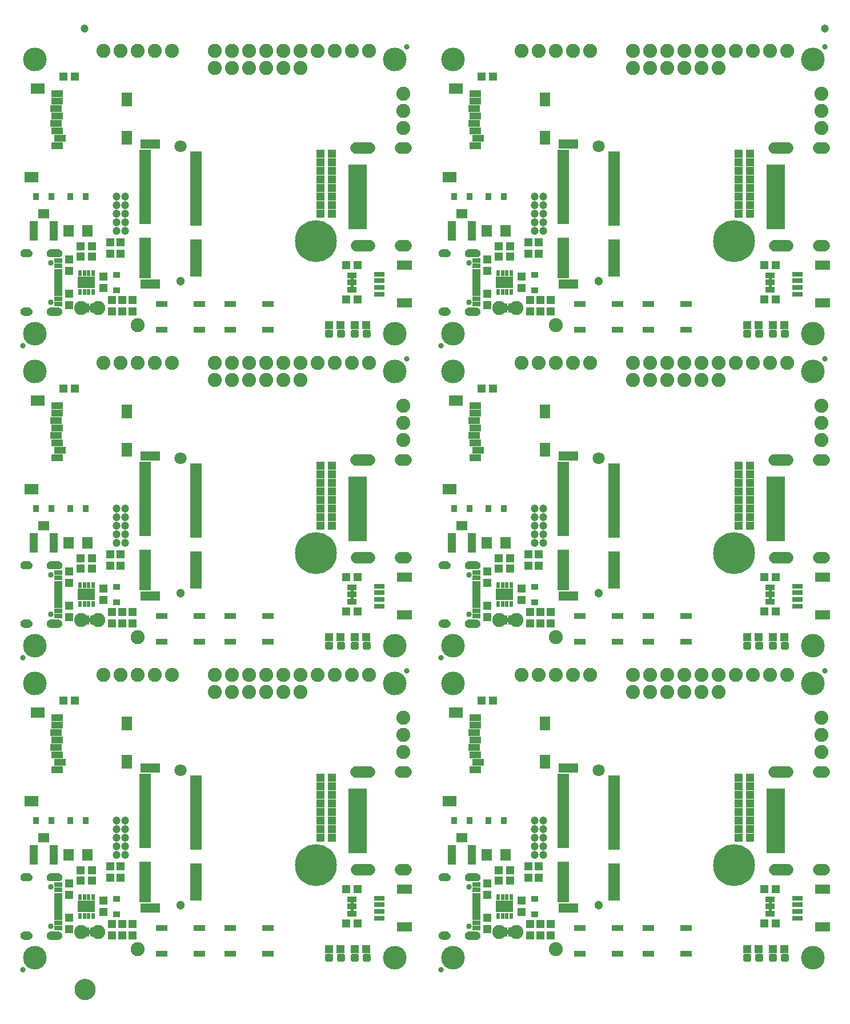
<source format=gts>
G04 EAGLE Gerber RS-274X export*
G75*
%MOMM*%
%FSLAX34Y34*%
%LPD*%
%INSoldermask Top*%
%IPPOS*%
%AMOC8*
5,1,8,0,0,1.08239X$1,22.5*%
G01*
%ADD10R,1.203200X0.503200*%
%ADD11R,1.203200X0.803200*%
%ADD12C,0.853200*%
%ADD13R,1.203200X1.303200*%
%ADD14R,0.503200X0.853200*%
%ADD15R,2.553200X1.803200*%
%ADD16R,1.303200X1.203200*%
%ADD17C,0.838200*%
%ADD18C,3.505200*%
%ADD19R,2.203200X1.403200*%
%ADD20R,1.553200X0.803200*%
%ADD21R,1.473200X0.863600*%
%ADD22R,1.727200X0.965200*%
%ADD23R,0.838200X1.473200*%
%ADD24R,1.203200X3.003200*%
%ADD25R,1.603200X1.803200*%
%ADD26C,2.082800*%
%ADD27C,1.203200*%
%ADD28R,1.603200X2.003200*%
%ADD29R,2.103200X1.603200*%
%ADD30R,1.703200X1.003200*%
%ADD31C,6.203200*%
%ADD32R,1.033200X0.833200*%
%ADD33C,0.505344*%
%ADD34C,1.303200*%
%ADD35C,1.803200*%
%ADD36R,1.753200X0.503200*%
%ADD37R,2.953200X1.403200*%
%ADD38R,2.803200X0.503200*%
%ADD39C,1.700000*%
%ADD40R,0.833200X1.033200*%
%ADD41C,1.270000*%
%ADD42C,1.703200*%

G36*
X60304Y514634D02*
X60304Y514634D01*
X60307Y514631D01*
X61429Y514786D01*
X61434Y514791D01*
X61438Y514788D01*
X62509Y515159D01*
X62513Y515165D01*
X62518Y515163D01*
X63495Y515736D01*
X63498Y515742D01*
X63503Y515741D01*
X64350Y516494D01*
X64352Y516501D01*
X64357Y516501D01*
X65041Y517404D01*
X65041Y517411D01*
X65046Y517412D01*
X65541Y518431D01*
X65539Y518438D01*
X65544Y518440D01*
X65831Y519537D01*
X65829Y519541D01*
X65831Y519542D01*
X65829Y519544D01*
X65832Y519546D01*
X65899Y520677D01*
X65897Y520681D01*
X65899Y520683D01*
X65832Y521814D01*
X65827Y521819D01*
X65831Y521823D01*
X65544Y522920D01*
X65538Y522924D01*
X65541Y522929D01*
X65046Y523948D01*
X65040Y523951D01*
X65041Y523956D01*
X64357Y524859D01*
X64350Y524861D01*
X64350Y524866D01*
X63503Y525619D01*
X63496Y525619D01*
X63495Y525624D01*
X62518Y526197D01*
X62511Y526196D01*
X62509Y526201D01*
X61438Y526572D01*
X61432Y526569D01*
X61429Y526574D01*
X60307Y526729D01*
X60302Y526726D01*
X60300Y526729D01*
X48300Y526729D01*
X48295Y526726D01*
X48292Y526729D01*
X47025Y526524D01*
X47019Y526518D01*
X47015Y526521D01*
X45825Y526039D01*
X45821Y526032D01*
X45815Y526034D01*
X44762Y525300D01*
X44760Y525292D01*
X44754Y525293D01*
X43891Y524343D01*
X43890Y524334D01*
X43885Y524334D01*
X43255Y523215D01*
X43256Y523207D01*
X43250Y523205D01*
X42885Y521975D01*
X42888Y521967D01*
X42883Y521964D01*
X42801Y520683D01*
X42804Y520679D01*
X42801Y520677D01*
X42883Y519396D01*
X42889Y519390D01*
X42885Y519385D01*
X43250Y518155D01*
X43257Y518150D01*
X43255Y518145D01*
X43885Y517026D01*
X43892Y517023D01*
X43891Y517017D01*
X44754Y516067D01*
X44762Y516066D01*
X44762Y516060D01*
X45815Y515326D01*
X45823Y515326D01*
X45825Y515321D01*
X47015Y514839D01*
X47022Y514841D01*
X47025Y514836D01*
X48292Y514631D01*
X48297Y514634D01*
X48300Y514631D01*
X60300Y514631D01*
X60304Y514634D01*
G37*
G36*
X680064Y514634D02*
X680064Y514634D01*
X680067Y514631D01*
X681189Y514786D01*
X681194Y514791D01*
X681198Y514788D01*
X682269Y515159D01*
X682273Y515165D01*
X682278Y515163D01*
X683255Y515736D01*
X683258Y515742D01*
X683263Y515741D01*
X684110Y516494D01*
X684112Y516501D01*
X684117Y516501D01*
X684801Y517404D01*
X684801Y517411D01*
X684806Y517412D01*
X685301Y518431D01*
X685299Y518438D01*
X685304Y518440D01*
X685591Y519537D01*
X685589Y519541D01*
X685591Y519542D01*
X685589Y519544D01*
X685592Y519546D01*
X685659Y520677D01*
X685657Y520681D01*
X685659Y520683D01*
X685592Y521814D01*
X685587Y521819D01*
X685591Y521823D01*
X685304Y522920D01*
X685298Y522924D01*
X685301Y522929D01*
X684806Y523948D01*
X684800Y523951D01*
X684801Y523956D01*
X684117Y524859D01*
X684110Y524861D01*
X684110Y524866D01*
X683263Y525619D01*
X683256Y525619D01*
X683255Y525624D01*
X682278Y526197D01*
X682271Y526196D01*
X682269Y526201D01*
X681198Y526572D01*
X681192Y526569D01*
X681189Y526574D01*
X680067Y526729D01*
X680062Y526726D01*
X680060Y526729D01*
X668060Y526729D01*
X668055Y526726D01*
X668052Y526729D01*
X666785Y526524D01*
X666779Y526518D01*
X666775Y526521D01*
X665585Y526039D01*
X665581Y526032D01*
X665575Y526034D01*
X664522Y525300D01*
X664520Y525292D01*
X664514Y525293D01*
X663651Y524343D01*
X663650Y524334D01*
X663645Y524334D01*
X663015Y523215D01*
X663016Y523207D01*
X663010Y523205D01*
X662645Y521975D01*
X662648Y521967D01*
X662643Y521964D01*
X662561Y520683D01*
X662564Y520679D01*
X662561Y520677D01*
X662643Y519396D01*
X662649Y519390D01*
X662645Y519385D01*
X663010Y518155D01*
X663017Y518150D01*
X663015Y518145D01*
X663645Y517026D01*
X663652Y517023D01*
X663651Y517017D01*
X664514Y516067D01*
X664522Y516066D01*
X664522Y516060D01*
X665575Y515326D01*
X665583Y515326D01*
X665585Y515321D01*
X666775Y514839D01*
X666782Y514841D01*
X666785Y514836D01*
X668052Y514631D01*
X668057Y514634D01*
X668060Y514631D01*
X680060Y514631D01*
X680064Y514634D01*
G37*
G36*
X60304Y976914D02*
X60304Y976914D01*
X60307Y976911D01*
X61429Y977066D01*
X61434Y977071D01*
X61438Y977068D01*
X62509Y977439D01*
X62513Y977445D01*
X62518Y977443D01*
X63495Y978016D01*
X63498Y978022D01*
X63503Y978021D01*
X64350Y978774D01*
X64352Y978781D01*
X64357Y978781D01*
X65041Y979684D01*
X65041Y979691D01*
X65046Y979692D01*
X65541Y980711D01*
X65539Y980718D01*
X65544Y980720D01*
X65831Y981817D01*
X65829Y981821D01*
X65831Y981822D01*
X65829Y981824D01*
X65832Y981826D01*
X65899Y982957D01*
X65897Y982961D01*
X65899Y982963D01*
X65832Y984094D01*
X65827Y984099D01*
X65831Y984103D01*
X65544Y985200D01*
X65538Y985204D01*
X65541Y985209D01*
X65046Y986228D01*
X65040Y986231D01*
X65041Y986236D01*
X64357Y987139D01*
X64350Y987141D01*
X64350Y987146D01*
X63503Y987899D01*
X63496Y987899D01*
X63495Y987904D01*
X62518Y988477D01*
X62511Y988476D01*
X62509Y988481D01*
X61438Y988852D01*
X61432Y988849D01*
X61429Y988854D01*
X60307Y989009D01*
X60302Y989006D01*
X60300Y989009D01*
X48300Y989009D01*
X48295Y989006D01*
X48292Y989009D01*
X47025Y988804D01*
X47019Y988798D01*
X47015Y988801D01*
X45825Y988319D01*
X45821Y988312D01*
X45815Y988314D01*
X44762Y987580D01*
X44760Y987572D01*
X44754Y987573D01*
X43891Y986623D01*
X43890Y986614D01*
X43885Y986614D01*
X43255Y985495D01*
X43256Y985487D01*
X43250Y985485D01*
X42885Y984255D01*
X42888Y984247D01*
X42883Y984244D01*
X42801Y982963D01*
X42804Y982959D01*
X42801Y982957D01*
X42883Y981676D01*
X42889Y981670D01*
X42885Y981665D01*
X43250Y980435D01*
X43257Y980430D01*
X43255Y980425D01*
X43885Y979306D01*
X43892Y979303D01*
X43891Y979297D01*
X44754Y978347D01*
X44762Y978346D01*
X44762Y978340D01*
X45815Y977606D01*
X45823Y977606D01*
X45825Y977601D01*
X47015Y977119D01*
X47022Y977121D01*
X47025Y977116D01*
X48292Y976911D01*
X48297Y976914D01*
X48300Y976911D01*
X60300Y976911D01*
X60304Y976914D01*
G37*
G36*
X680064Y601034D02*
X680064Y601034D01*
X680067Y601031D01*
X681189Y601186D01*
X681194Y601191D01*
X681198Y601188D01*
X682269Y601559D01*
X682273Y601565D01*
X682278Y601563D01*
X683255Y602136D01*
X683258Y602142D01*
X683263Y602141D01*
X684110Y602894D01*
X684112Y602901D01*
X684117Y602901D01*
X684801Y603804D01*
X684801Y603811D01*
X684806Y603812D01*
X685301Y604831D01*
X685299Y604838D01*
X685304Y604840D01*
X685591Y605937D01*
X685589Y605941D01*
X685591Y605942D01*
X685589Y605944D01*
X685592Y605946D01*
X685659Y607077D01*
X685657Y607081D01*
X685659Y607083D01*
X685592Y608214D01*
X685587Y608219D01*
X685591Y608223D01*
X685304Y609320D01*
X685298Y609324D01*
X685301Y609329D01*
X684806Y610348D01*
X684800Y610351D01*
X684801Y610356D01*
X684117Y611259D01*
X684110Y611261D01*
X684110Y611266D01*
X683263Y612019D01*
X683256Y612019D01*
X683255Y612024D01*
X682278Y612597D01*
X682271Y612596D01*
X682269Y612601D01*
X681198Y612972D01*
X681192Y612969D01*
X681189Y612974D01*
X680067Y613129D01*
X680062Y613126D01*
X680060Y613129D01*
X668060Y613129D01*
X668055Y613126D01*
X668052Y613129D01*
X666785Y612924D01*
X666779Y612918D01*
X666775Y612921D01*
X665585Y612439D01*
X665581Y612432D01*
X665575Y612434D01*
X664522Y611700D01*
X664520Y611692D01*
X664514Y611693D01*
X663651Y610743D01*
X663650Y610734D01*
X663645Y610734D01*
X663015Y609615D01*
X663016Y609607D01*
X663010Y609605D01*
X662645Y608375D01*
X662648Y608367D01*
X662643Y608364D01*
X662561Y607083D01*
X662564Y607079D01*
X662561Y607077D01*
X662643Y605796D01*
X662649Y605790D01*
X662645Y605785D01*
X663010Y604555D01*
X663017Y604550D01*
X663015Y604545D01*
X663645Y603426D01*
X663652Y603423D01*
X663651Y603417D01*
X664514Y602467D01*
X664522Y602466D01*
X664522Y602460D01*
X665575Y601726D01*
X665583Y601726D01*
X665585Y601721D01*
X666775Y601239D01*
X666782Y601241D01*
X666785Y601236D01*
X668052Y601031D01*
X668057Y601034D01*
X668060Y601031D01*
X680060Y601031D01*
X680064Y601034D01*
G37*
G36*
X680064Y1063314D02*
X680064Y1063314D01*
X680067Y1063311D01*
X681189Y1063466D01*
X681194Y1063471D01*
X681198Y1063468D01*
X682269Y1063839D01*
X682273Y1063845D01*
X682278Y1063843D01*
X683255Y1064416D01*
X683258Y1064422D01*
X683263Y1064421D01*
X684110Y1065174D01*
X684112Y1065181D01*
X684117Y1065181D01*
X684801Y1066084D01*
X684801Y1066091D01*
X684806Y1066092D01*
X685301Y1067111D01*
X685299Y1067118D01*
X685304Y1067120D01*
X685591Y1068217D01*
X685589Y1068221D01*
X685591Y1068222D01*
X685589Y1068224D01*
X685592Y1068226D01*
X685659Y1069357D01*
X685657Y1069361D01*
X685659Y1069363D01*
X685592Y1070494D01*
X685587Y1070499D01*
X685591Y1070503D01*
X685304Y1071600D01*
X685298Y1071604D01*
X685301Y1071609D01*
X684806Y1072628D01*
X684800Y1072631D01*
X684801Y1072636D01*
X684117Y1073539D01*
X684110Y1073541D01*
X684110Y1073546D01*
X683263Y1074299D01*
X683256Y1074299D01*
X683255Y1074304D01*
X682278Y1074877D01*
X682271Y1074876D01*
X682269Y1074881D01*
X681198Y1075252D01*
X681192Y1075249D01*
X681189Y1075254D01*
X680067Y1075409D01*
X680062Y1075406D01*
X680060Y1075409D01*
X668060Y1075409D01*
X668055Y1075406D01*
X668052Y1075409D01*
X666785Y1075204D01*
X666779Y1075198D01*
X666775Y1075201D01*
X665585Y1074719D01*
X665581Y1074712D01*
X665575Y1074714D01*
X664522Y1073980D01*
X664520Y1073972D01*
X664514Y1073973D01*
X663651Y1073023D01*
X663650Y1073014D01*
X663645Y1073014D01*
X663015Y1071895D01*
X663016Y1071887D01*
X663010Y1071885D01*
X662645Y1070655D01*
X662648Y1070647D01*
X662643Y1070644D01*
X662561Y1069363D01*
X662564Y1069359D01*
X662561Y1069357D01*
X662643Y1068076D01*
X662649Y1068070D01*
X662645Y1068065D01*
X663010Y1066835D01*
X663017Y1066830D01*
X663015Y1066825D01*
X663645Y1065706D01*
X663652Y1065703D01*
X663651Y1065697D01*
X664514Y1064747D01*
X664522Y1064746D01*
X664522Y1064740D01*
X665575Y1064006D01*
X665583Y1064006D01*
X665585Y1064001D01*
X666775Y1063519D01*
X666782Y1063521D01*
X666785Y1063516D01*
X668052Y1063311D01*
X668057Y1063314D01*
X668060Y1063311D01*
X680060Y1063311D01*
X680064Y1063314D01*
G37*
G36*
X60304Y1063314D02*
X60304Y1063314D01*
X60307Y1063311D01*
X61429Y1063466D01*
X61434Y1063471D01*
X61438Y1063468D01*
X62509Y1063839D01*
X62513Y1063845D01*
X62518Y1063843D01*
X63495Y1064416D01*
X63498Y1064422D01*
X63503Y1064421D01*
X64350Y1065174D01*
X64352Y1065181D01*
X64357Y1065181D01*
X65041Y1066084D01*
X65041Y1066091D01*
X65046Y1066092D01*
X65541Y1067111D01*
X65539Y1067118D01*
X65544Y1067120D01*
X65831Y1068217D01*
X65829Y1068221D01*
X65831Y1068222D01*
X65829Y1068224D01*
X65832Y1068226D01*
X65899Y1069357D01*
X65897Y1069361D01*
X65899Y1069363D01*
X65832Y1070494D01*
X65827Y1070499D01*
X65831Y1070503D01*
X65544Y1071600D01*
X65538Y1071604D01*
X65541Y1071609D01*
X65046Y1072628D01*
X65040Y1072631D01*
X65041Y1072636D01*
X64357Y1073539D01*
X64350Y1073541D01*
X64350Y1073546D01*
X63503Y1074299D01*
X63496Y1074299D01*
X63495Y1074304D01*
X62518Y1074877D01*
X62511Y1074876D01*
X62509Y1074881D01*
X61438Y1075252D01*
X61432Y1075249D01*
X61429Y1075254D01*
X60307Y1075409D01*
X60302Y1075406D01*
X60300Y1075409D01*
X48300Y1075409D01*
X48295Y1075406D01*
X48292Y1075409D01*
X47025Y1075204D01*
X47019Y1075198D01*
X47015Y1075201D01*
X45825Y1074719D01*
X45821Y1074712D01*
X45815Y1074714D01*
X44762Y1073980D01*
X44760Y1073972D01*
X44754Y1073973D01*
X43891Y1073023D01*
X43890Y1073014D01*
X43885Y1073014D01*
X43255Y1071895D01*
X43256Y1071887D01*
X43250Y1071885D01*
X42885Y1070655D01*
X42888Y1070647D01*
X42883Y1070644D01*
X42801Y1069363D01*
X42804Y1069359D01*
X42801Y1069357D01*
X42883Y1068076D01*
X42889Y1068070D01*
X42885Y1068065D01*
X43250Y1066835D01*
X43257Y1066830D01*
X43255Y1066825D01*
X43885Y1065706D01*
X43892Y1065703D01*
X43891Y1065697D01*
X44754Y1064747D01*
X44762Y1064746D01*
X44762Y1064740D01*
X45815Y1064006D01*
X45823Y1064006D01*
X45825Y1064001D01*
X47015Y1063519D01*
X47022Y1063521D01*
X47025Y1063516D01*
X48292Y1063311D01*
X48297Y1063314D01*
X48300Y1063311D01*
X60300Y1063311D01*
X60304Y1063314D01*
G37*
G36*
X60304Y601034D02*
X60304Y601034D01*
X60307Y601031D01*
X61429Y601186D01*
X61434Y601191D01*
X61438Y601188D01*
X62509Y601559D01*
X62513Y601565D01*
X62518Y601563D01*
X63495Y602136D01*
X63498Y602142D01*
X63503Y602141D01*
X64350Y602894D01*
X64352Y602901D01*
X64357Y602901D01*
X65041Y603804D01*
X65041Y603811D01*
X65046Y603812D01*
X65541Y604831D01*
X65539Y604838D01*
X65544Y604840D01*
X65831Y605937D01*
X65829Y605941D01*
X65831Y605942D01*
X65829Y605944D01*
X65832Y605946D01*
X65899Y607077D01*
X65897Y607081D01*
X65899Y607083D01*
X65832Y608214D01*
X65827Y608219D01*
X65831Y608223D01*
X65544Y609320D01*
X65538Y609324D01*
X65541Y609329D01*
X65046Y610348D01*
X65040Y610351D01*
X65041Y610356D01*
X64357Y611259D01*
X64350Y611261D01*
X64350Y611266D01*
X63503Y612019D01*
X63496Y612019D01*
X63495Y612024D01*
X62518Y612597D01*
X62511Y612596D01*
X62509Y612601D01*
X61438Y612972D01*
X61432Y612969D01*
X61429Y612974D01*
X60307Y613129D01*
X60302Y613126D01*
X60300Y613129D01*
X48300Y613129D01*
X48295Y613126D01*
X48292Y613129D01*
X47025Y612924D01*
X47019Y612918D01*
X47015Y612921D01*
X45825Y612439D01*
X45821Y612432D01*
X45815Y612434D01*
X44762Y611700D01*
X44760Y611692D01*
X44754Y611693D01*
X43891Y610743D01*
X43890Y610734D01*
X43885Y610734D01*
X43255Y609615D01*
X43256Y609607D01*
X43250Y609605D01*
X42885Y608375D01*
X42888Y608367D01*
X42883Y608364D01*
X42801Y607083D01*
X42804Y607079D01*
X42801Y607077D01*
X42883Y605796D01*
X42889Y605790D01*
X42885Y605785D01*
X43250Y604555D01*
X43257Y604550D01*
X43255Y604545D01*
X43885Y603426D01*
X43892Y603423D01*
X43891Y603417D01*
X44754Y602467D01*
X44762Y602466D01*
X44762Y602460D01*
X45815Y601726D01*
X45823Y601726D01*
X45825Y601721D01*
X47015Y601239D01*
X47022Y601241D01*
X47025Y601236D01*
X48292Y601031D01*
X48297Y601034D01*
X48300Y601031D01*
X60300Y601031D01*
X60304Y601034D01*
G37*
G36*
X680064Y52354D02*
X680064Y52354D01*
X680067Y52351D01*
X681189Y52506D01*
X681194Y52511D01*
X681198Y52508D01*
X682269Y52879D01*
X682273Y52885D01*
X682278Y52883D01*
X683255Y53456D01*
X683258Y53462D01*
X683263Y53461D01*
X684110Y54214D01*
X684112Y54221D01*
X684117Y54221D01*
X684801Y55124D01*
X684801Y55131D01*
X684806Y55132D01*
X685301Y56151D01*
X685299Y56158D01*
X685304Y56160D01*
X685591Y57257D01*
X685589Y57261D01*
X685591Y57262D01*
X685589Y57264D01*
X685592Y57266D01*
X685659Y58397D01*
X685657Y58401D01*
X685659Y58403D01*
X685592Y59534D01*
X685587Y59539D01*
X685591Y59543D01*
X685304Y60640D01*
X685298Y60644D01*
X685301Y60649D01*
X684806Y61668D01*
X684800Y61671D01*
X684801Y61676D01*
X684117Y62579D01*
X684110Y62581D01*
X684110Y62586D01*
X683263Y63339D01*
X683256Y63339D01*
X683255Y63344D01*
X682278Y63917D01*
X682271Y63916D01*
X682269Y63921D01*
X681198Y64292D01*
X681192Y64289D01*
X681189Y64294D01*
X680067Y64449D01*
X680062Y64446D01*
X680060Y64449D01*
X668060Y64449D01*
X668055Y64446D01*
X668052Y64449D01*
X666785Y64244D01*
X666779Y64238D01*
X666775Y64241D01*
X665585Y63759D01*
X665581Y63752D01*
X665575Y63754D01*
X664522Y63020D01*
X664520Y63012D01*
X664514Y63013D01*
X663651Y62063D01*
X663650Y62054D01*
X663645Y62054D01*
X663015Y60935D01*
X663016Y60927D01*
X663010Y60925D01*
X662645Y59695D01*
X662648Y59687D01*
X662643Y59684D01*
X662561Y58403D01*
X662564Y58399D01*
X662561Y58397D01*
X662643Y57116D01*
X662649Y57110D01*
X662645Y57105D01*
X663010Y55875D01*
X663017Y55870D01*
X663015Y55865D01*
X663645Y54746D01*
X663652Y54743D01*
X663651Y54737D01*
X664514Y53787D01*
X664522Y53786D01*
X664522Y53780D01*
X665575Y53046D01*
X665583Y53046D01*
X665585Y53041D01*
X666775Y52559D01*
X666782Y52561D01*
X666785Y52556D01*
X668052Y52351D01*
X668057Y52354D01*
X668060Y52351D01*
X680060Y52351D01*
X680064Y52354D01*
G37*
G36*
X60304Y52354D02*
X60304Y52354D01*
X60307Y52351D01*
X61429Y52506D01*
X61434Y52511D01*
X61438Y52508D01*
X62509Y52879D01*
X62513Y52885D01*
X62518Y52883D01*
X63495Y53456D01*
X63498Y53462D01*
X63503Y53461D01*
X64350Y54214D01*
X64352Y54221D01*
X64357Y54221D01*
X65041Y55124D01*
X65041Y55131D01*
X65046Y55132D01*
X65541Y56151D01*
X65539Y56158D01*
X65544Y56160D01*
X65831Y57257D01*
X65829Y57261D01*
X65831Y57262D01*
X65829Y57264D01*
X65832Y57266D01*
X65899Y58397D01*
X65897Y58401D01*
X65899Y58403D01*
X65832Y59534D01*
X65827Y59539D01*
X65831Y59543D01*
X65544Y60640D01*
X65538Y60644D01*
X65541Y60649D01*
X65046Y61668D01*
X65040Y61671D01*
X65041Y61676D01*
X64357Y62579D01*
X64350Y62581D01*
X64350Y62586D01*
X63503Y63339D01*
X63496Y63339D01*
X63495Y63344D01*
X62518Y63917D01*
X62511Y63916D01*
X62509Y63921D01*
X61438Y64292D01*
X61432Y64289D01*
X61429Y64294D01*
X60307Y64449D01*
X60302Y64446D01*
X60300Y64449D01*
X48300Y64449D01*
X48295Y64446D01*
X48292Y64449D01*
X47025Y64244D01*
X47019Y64238D01*
X47015Y64241D01*
X45825Y63759D01*
X45821Y63752D01*
X45815Y63754D01*
X44762Y63020D01*
X44760Y63012D01*
X44754Y63013D01*
X43891Y62063D01*
X43890Y62054D01*
X43885Y62054D01*
X43255Y60935D01*
X43256Y60927D01*
X43250Y60925D01*
X42885Y59695D01*
X42888Y59687D01*
X42883Y59684D01*
X42801Y58403D01*
X42804Y58399D01*
X42801Y58397D01*
X42883Y57116D01*
X42889Y57110D01*
X42885Y57105D01*
X43250Y55875D01*
X43257Y55870D01*
X43255Y55865D01*
X43885Y54746D01*
X43892Y54743D01*
X43891Y54737D01*
X44754Y53787D01*
X44762Y53786D01*
X44762Y53780D01*
X45815Y53046D01*
X45823Y53046D01*
X45825Y53041D01*
X47015Y52559D01*
X47022Y52561D01*
X47025Y52556D01*
X48292Y52351D01*
X48297Y52354D01*
X48300Y52351D01*
X60300Y52351D01*
X60304Y52354D01*
G37*
G36*
X680064Y138754D02*
X680064Y138754D01*
X680067Y138751D01*
X681189Y138906D01*
X681194Y138911D01*
X681198Y138908D01*
X682269Y139279D01*
X682273Y139285D01*
X682278Y139283D01*
X683255Y139856D01*
X683258Y139862D01*
X683263Y139861D01*
X684110Y140614D01*
X684112Y140621D01*
X684117Y140621D01*
X684801Y141524D01*
X684801Y141531D01*
X684806Y141532D01*
X685301Y142551D01*
X685299Y142558D01*
X685304Y142560D01*
X685591Y143657D01*
X685589Y143661D01*
X685591Y143662D01*
X685589Y143664D01*
X685592Y143666D01*
X685659Y144797D01*
X685657Y144801D01*
X685659Y144803D01*
X685592Y145934D01*
X685587Y145939D01*
X685591Y145943D01*
X685304Y147040D01*
X685298Y147044D01*
X685301Y147049D01*
X684806Y148068D01*
X684800Y148071D01*
X684801Y148076D01*
X684117Y148979D01*
X684110Y148981D01*
X684110Y148986D01*
X683263Y149739D01*
X683256Y149739D01*
X683255Y149744D01*
X682278Y150317D01*
X682271Y150316D01*
X682269Y150321D01*
X681198Y150692D01*
X681192Y150689D01*
X681189Y150694D01*
X680067Y150849D01*
X680062Y150846D01*
X680060Y150849D01*
X668060Y150849D01*
X668055Y150846D01*
X668052Y150849D01*
X666785Y150644D01*
X666779Y150638D01*
X666775Y150641D01*
X665585Y150159D01*
X665581Y150152D01*
X665575Y150154D01*
X664522Y149420D01*
X664520Y149412D01*
X664514Y149413D01*
X663651Y148463D01*
X663650Y148454D01*
X663645Y148454D01*
X663015Y147335D01*
X663016Y147327D01*
X663010Y147325D01*
X662645Y146095D01*
X662648Y146087D01*
X662643Y146084D01*
X662561Y144803D01*
X662564Y144799D01*
X662561Y144797D01*
X662643Y143516D01*
X662649Y143510D01*
X662645Y143505D01*
X663010Y142275D01*
X663017Y142270D01*
X663015Y142265D01*
X663645Y141146D01*
X663652Y141143D01*
X663651Y141137D01*
X664514Y140187D01*
X664522Y140186D01*
X664522Y140180D01*
X665575Y139446D01*
X665583Y139446D01*
X665585Y139441D01*
X666775Y138959D01*
X666782Y138961D01*
X666785Y138956D01*
X668052Y138751D01*
X668057Y138754D01*
X668060Y138751D01*
X680060Y138751D01*
X680064Y138754D01*
G37*
G36*
X60304Y138754D02*
X60304Y138754D01*
X60307Y138751D01*
X61429Y138906D01*
X61434Y138911D01*
X61438Y138908D01*
X62509Y139279D01*
X62513Y139285D01*
X62518Y139283D01*
X63495Y139856D01*
X63498Y139862D01*
X63503Y139861D01*
X64350Y140614D01*
X64352Y140621D01*
X64357Y140621D01*
X65041Y141524D01*
X65041Y141531D01*
X65046Y141532D01*
X65541Y142551D01*
X65539Y142558D01*
X65544Y142560D01*
X65831Y143657D01*
X65829Y143661D01*
X65831Y143662D01*
X65829Y143664D01*
X65832Y143666D01*
X65899Y144797D01*
X65897Y144801D01*
X65899Y144803D01*
X65832Y145934D01*
X65827Y145939D01*
X65831Y145943D01*
X65544Y147040D01*
X65538Y147044D01*
X65541Y147049D01*
X65046Y148068D01*
X65040Y148071D01*
X65041Y148076D01*
X64357Y148979D01*
X64350Y148981D01*
X64350Y148986D01*
X63503Y149739D01*
X63496Y149739D01*
X63495Y149744D01*
X62518Y150317D01*
X62511Y150316D01*
X62509Y150321D01*
X61438Y150692D01*
X61432Y150689D01*
X61429Y150694D01*
X60307Y150849D01*
X60302Y150846D01*
X60300Y150849D01*
X48300Y150849D01*
X48295Y150846D01*
X48292Y150849D01*
X47025Y150644D01*
X47019Y150638D01*
X47015Y150641D01*
X45825Y150159D01*
X45821Y150152D01*
X45815Y150154D01*
X44762Y149420D01*
X44760Y149412D01*
X44754Y149413D01*
X43891Y148463D01*
X43890Y148454D01*
X43885Y148454D01*
X43255Y147335D01*
X43256Y147327D01*
X43250Y147325D01*
X42885Y146095D01*
X42888Y146087D01*
X42883Y146084D01*
X42801Y144803D01*
X42804Y144799D01*
X42801Y144797D01*
X42883Y143516D01*
X42889Y143510D01*
X42885Y143505D01*
X43250Y142275D01*
X43257Y142270D01*
X43255Y142265D01*
X43885Y141146D01*
X43892Y141143D01*
X43891Y141137D01*
X44754Y140187D01*
X44762Y140186D01*
X44762Y140180D01*
X45815Y139446D01*
X45823Y139446D01*
X45825Y139441D01*
X47015Y138959D01*
X47022Y138961D01*
X47025Y138956D01*
X48292Y138751D01*
X48297Y138754D01*
X48300Y138751D01*
X60300Y138751D01*
X60304Y138754D01*
G37*
G36*
X680064Y976914D02*
X680064Y976914D01*
X680067Y976911D01*
X681189Y977066D01*
X681194Y977071D01*
X681198Y977068D01*
X682269Y977439D01*
X682273Y977445D01*
X682278Y977443D01*
X683255Y978016D01*
X683258Y978022D01*
X683263Y978021D01*
X684110Y978774D01*
X684112Y978781D01*
X684117Y978781D01*
X684801Y979684D01*
X684801Y979691D01*
X684806Y979692D01*
X685301Y980711D01*
X685299Y980718D01*
X685304Y980720D01*
X685591Y981817D01*
X685589Y981821D01*
X685591Y981822D01*
X685589Y981824D01*
X685592Y981826D01*
X685659Y982957D01*
X685657Y982961D01*
X685659Y982963D01*
X685592Y984094D01*
X685587Y984099D01*
X685591Y984103D01*
X685304Y985200D01*
X685298Y985204D01*
X685301Y985209D01*
X684806Y986228D01*
X684800Y986231D01*
X684801Y986236D01*
X684117Y987139D01*
X684110Y987141D01*
X684110Y987146D01*
X683263Y987899D01*
X683256Y987899D01*
X683255Y987904D01*
X682278Y988477D01*
X682271Y988476D01*
X682269Y988481D01*
X681198Y988852D01*
X681192Y988849D01*
X681189Y988854D01*
X680067Y989009D01*
X680062Y989006D01*
X680060Y989009D01*
X668060Y989009D01*
X668055Y989006D01*
X668052Y989009D01*
X666785Y988804D01*
X666779Y988798D01*
X666775Y988801D01*
X665585Y988319D01*
X665581Y988312D01*
X665575Y988314D01*
X664522Y987580D01*
X664520Y987572D01*
X664514Y987573D01*
X663651Y986623D01*
X663650Y986614D01*
X663645Y986614D01*
X663015Y985495D01*
X663016Y985487D01*
X663010Y985485D01*
X662645Y984255D01*
X662648Y984247D01*
X662643Y984244D01*
X662561Y982963D01*
X662564Y982959D01*
X662561Y982957D01*
X662643Y981676D01*
X662649Y981670D01*
X662645Y981665D01*
X663010Y980435D01*
X663017Y980430D01*
X663015Y980425D01*
X663645Y979306D01*
X663652Y979303D01*
X663651Y979297D01*
X664514Y978347D01*
X664522Y978346D01*
X664522Y978340D01*
X665575Y977606D01*
X665583Y977606D01*
X665585Y977601D01*
X666775Y977119D01*
X666782Y977121D01*
X666785Y977116D01*
X668052Y976911D01*
X668057Y976914D01*
X668060Y976911D01*
X680060Y976911D01*
X680064Y976914D01*
G37*
G36*
X15503Y514633D02*
X15503Y514633D01*
X15505Y514631D01*
X16681Y514742D01*
X16686Y514747D01*
X16690Y514744D01*
X17822Y515082D01*
X17826Y515088D01*
X17831Y515086D01*
X18875Y515638D01*
X18878Y515645D01*
X18883Y515643D01*
X19799Y516389D01*
X19800Y516396D01*
X19806Y516396D01*
X20559Y517306D01*
X20559Y517313D01*
X20564Y517314D01*
X21125Y518353D01*
X21124Y518358D01*
X21128Y518360D01*
X21127Y518361D01*
X21129Y518362D01*
X21476Y519491D01*
X21476Y519492D01*
X21477Y519493D01*
X21474Y519497D01*
X21478Y519500D01*
X21599Y520675D01*
X21595Y520682D01*
X21599Y520686D01*
X21442Y522026D01*
X21437Y522032D01*
X21440Y522037D01*
X20989Y523308D01*
X20982Y523313D01*
X20984Y523318D01*
X20262Y524457D01*
X20254Y524460D01*
X20255Y524466D01*
X19297Y525416D01*
X19289Y525417D01*
X19288Y525423D01*
X18143Y526136D01*
X18135Y526135D01*
X18133Y526141D01*
X16857Y526581D01*
X16850Y526579D01*
X16847Y526583D01*
X15505Y526729D01*
X15502Y526727D01*
X15500Y526729D01*
X9500Y526729D01*
X9497Y526727D01*
X9494Y526729D01*
X8165Y526574D01*
X8159Y526568D01*
X8155Y526571D01*
X6894Y526124D01*
X6889Y526117D01*
X6884Y526119D01*
X5754Y525402D01*
X5751Y525395D01*
X5745Y525396D01*
X4803Y524446D01*
X4802Y524437D01*
X4796Y524437D01*
X4089Y523301D01*
X4090Y523293D01*
X4084Y523291D01*
X3648Y522026D01*
X3650Y522018D01*
X3645Y522016D01*
X3501Y520685D01*
X3505Y520679D01*
X3501Y520675D01*
X3611Y519509D01*
X3616Y519504D01*
X3613Y519500D01*
X3948Y518377D01*
X3954Y518373D01*
X3952Y518369D01*
X4500Y517333D01*
X4506Y517330D01*
X4505Y517325D01*
X5244Y516417D01*
X5251Y516415D01*
X5251Y516410D01*
X6153Y515663D01*
X6161Y515663D01*
X6161Y515658D01*
X7192Y515101D01*
X7199Y515102D01*
X7201Y515097D01*
X8320Y514753D01*
X8327Y514755D01*
X8330Y514751D01*
X9495Y514631D01*
X9498Y514633D01*
X9500Y514631D01*
X15500Y514631D01*
X15503Y514633D01*
G37*
G36*
X635263Y514633D02*
X635263Y514633D01*
X635265Y514631D01*
X636441Y514742D01*
X636446Y514747D01*
X636450Y514744D01*
X637582Y515082D01*
X637586Y515088D01*
X637591Y515086D01*
X638635Y515638D01*
X638638Y515645D01*
X638643Y515643D01*
X639559Y516389D01*
X639560Y516396D01*
X639566Y516396D01*
X640319Y517306D01*
X640319Y517313D01*
X640324Y517314D01*
X640885Y518353D01*
X640884Y518358D01*
X640888Y518360D01*
X640887Y518361D01*
X640889Y518362D01*
X641236Y519491D01*
X641236Y519492D01*
X641237Y519493D01*
X641234Y519497D01*
X641238Y519500D01*
X641359Y520675D01*
X641355Y520682D01*
X641359Y520686D01*
X641202Y522026D01*
X641197Y522032D01*
X641200Y522037D01*
X640749Y523308D01*
X640742Y523313D01*
X640744Y523318D01*
X640022Y524457D01*
X640014Y524460D01*
X640015Y524466D01*
X639057Y525416D01*
X639049Y525417D01*
X639048Y525423D01*
X637903Y526136D01*
X637895Y526135D01*
X637893Y526141D01*
X636617Y526581D01*
X636610Y526579D01*
X636607Y526583D01*
X635265Y526729D01*
X635262Y526727D01*
X635260Y526729D01*
X629260Y526729D01*
X629257Y526727D01*
X629254Y526729D01*
X627925Y526574D01*
X627919Y526568D01*
X627915Y526571D01*
X626654Y526124D01*
X626649Y526117D01*
X626644Y526119D01*
X625514Y525402D01*
X625511Y525395D01*
X625505Y525396D01*
X624563Y524446D01*
X624562Y524437D01*
X624556Y524437D01*
X623849Y523301D01*
X623850Y523293D01*
X623844Y523291D01*
X623408Y522026D01*
X623410Y522018D01*
X623405Y522016D01*
X623261Y520685D01*
X623265Y520679D01*
X623261Y520675D01*
X623371Y519509D01*
X623376Y519504D01*
X623373Y519500D01*
X623708Y518377D01*
X623714Y518373D01*
X623712Y518369D01*
X624260Y517333D01*
X624266Y517330D01*
X624265Y517325D01*
X625004Y516417D01*
X625011Y516415D01*
X625011Y516410D01*
X625913Y515663D01*
X625921Y515663D01*
X625921Y515658D01*
X626952Y515101D01*
X626959Y515102D01*
X626961Y515097D01*
X628080Y514753D01*
X628087Y514755D01*
X628090Y514751D01*
X629255Y514631D01*
X629258Y514633D01*
X629260Y514631D01*
X635260Y514631D01*
X635263Y514633D01*
G37*
G36*
X15503Y1063313D02*
X15503Y1063313D01*
X15505Y1063311D01*
X16681Y1063422D01*
X16686Y1063427D01*
X16690Y1063424D01*
X17822Y1063762D01*
X17826Y1063768D01*
X17831Y1063766D01*
X18875Y1064318D01*
X18878Y1064325D01*
X18883Y1064323D01*
X19799Y1065069D01*
X19800Y1065076D01*
X19806Y1065076D01*
X20559Y1065986D01*
X20559Y1065993D01*
X20564Y1065994D01*
X21125Y1067033D01*
X21124Y1067038D01*
X21128Y1067040D01*
X21127Y1067041D01*
X21129Y1067042D01*
X21476Y1068171D01*
X21476Y1068172D01*
X21477Y1068173D01*
X21474Y1068177D01*
X21478Y1068180D01*
X21599Y1069355D01*
X21595Y1069362D01*
X21599Y1069366D01*
X21442Y1070706D01*
X21437Y1070712D01*
X21440Y1070717D01*
X20989Y1071988D01*
X20982Y1071993D01*
X20984Y1071998D01*
X20262Y1073137D01*
X20254Y1073140D01*
X20255Y1073146D01*
X19297Y1074096D01*
X19289Y1074097D01*
X19288Y1074103D01*
X18143Y1074816D01*
X18135Y1074815D01*
X18133Y1074821D01*
X16857Y1075261D01*
X16850Y1075259D01*
X16847Y1075263D01*
X15505Y1075409D01*
X15502Y1075407D01*
X15500Y1075409D01*
X9500Y1075409D01*
X9497Y1075407D01*
X9494Y1075409D01*
X8165Y1075254D01*
X8159Y1075248D01*
X8155Y1075251D01*
X6894Y1074804D01*
X6889Y1074797D01*
X6884Y1074799D01*
X5754Y1074082D01*
X5751Y1074075D01*
X5745Y1074076D01*
X4803Y1073126D01*
X4802Y1073117D01*
X4796Y1073117D01*
X4089Y1071981D01*
X4090Y1071973D01*
X4084Y1071971D01*
X3648Y1070706D01*
X3650Y1070698D01*
X3645Y1070696D01*
X3501Y1069365D01*
X3505Y1069359D01*
X3501Y1069355D01*
X3611Y1068189D01*
X3616Y1068184D01*
X3613Y1068180D01*
X3948Y1067057D01*
X3954Y1067053D01*
X3952Y1067049D01*
X4500Y1066013D01*
X4506Y1066010D01*
X4505Y1066005D01*
X5244Y1065097D01*
X5251Y1065095D01*
X5251Y1065090D01*
X6153Y1064343D01*
X6161Y1064343D01*
X6161Y1064338D01*
X7192Y1063781D01*
X7199Y1063782D01*
X7201Y1063777D01*
X8320Y1063433D01*
X8327Y1063435D01*
X8330Y1063431D01*
X9495Y1063311D01*
X9498Y1063313D01*
X9500Y1063311D01*
X15500Y1063311D01*
X15503Y1063313D01*
G37*
G36*
X635263Y52353D02*
X635263Y52353D01*
X635265Y52351D01*
X636441Y52462D01*
X636446Y52467D01*
X636450Y52464D01*
X637582Y52802D01*
X637586Y52808D01*
X637591Y52806D01*
X638635Y53358D01*
X638638Y53365D01*
X638643Y53363D01*
X639559Y54109D01*
X639560Y54116D01*
X639566Y54116D01*
X640319Y55026D01*
X640319Y55033D01*
X640324Y55034D01*
X640885Y56073D01*
X640884Y56078D01*
X640888Y56080D01*
X640887Y56081D01*
X640889Y56082D01*
X641236Y57211D01*
X641236Y57212D01*
X641237Y57213D01*
X641234Y57217D01*
X641238Y57220D01*
X641359Y58395D01*
X641355Y58402D01*
X641359Y58406D01*
X641202Y59746D01*
X641197Y59752D01*
X641200Y59757D01*
X640749Y61028D01*
X640742Y61033D01*
X640744Y61038D01*
X640022Y62177D01*
X640014Y62180D01*
X640015Y62186D01*
X639057Y63136D01*
X639049Y63137D01*
X639048Y63143D01*
X637903Y63856D01*
X637895Y63855D01*
X637893Y63861D01*
X636617Y64301D01*
X636610Y64299D01*
X636607Y64303D01*
X635265Y64449D01*
X635262Y64447D01*
X635260Y64449D01*
X629260Y64449D01*
X629257Y64447D01*
X629254Y64449D01*
X627925Y64294D01*
X627919Y64288D01*
X627915Y64291D01*
X626654Y63844D01*
X626649Y63837D01*
X626644Y63839D01*
X625514Y63122D01*
X625511Y63115D01*
X625505Y63116D01*
X624563Y62166D01*
X624562Y62157D01*
X624556Y62157D01*
X623849Y61021D01*
X623850Y61013D01*
X623844Y61011D01*
X623408Y59746D01*
X623410Y59738D01*
X623405Y59736D01*
X623261Y58405D01*
X623265Y58399D01*
X623261Y58395D01*
X623371Y57229D01*
X623376Y57224D01*
X623373Y57220D01*
X623708Y56097D01*
X623714Y56093D01*
X623712Y56089D01*
X624260Y55053D01*
X624266Y55050D01*
X624265Y55045D01*
X625004Y54137D01*
X625011Y54135D01*
X625011Y54130D01*
X625913Y53383D01*
X625921Y53383D01*
X625921Y53378D01*
X626952Y52821D01*
X626959Y52822D01*
X626961Y52817D01*
X628080Y52473D01*
X628087Y52475D01*
X628090Y52471D01*
X629255Y52351D01*
X629258Y52353D01*
X629260Y52351D01*
X635260Y52351D01*
X635263Y52353D01*
G37*
G36*
X635263Y1063313D02*
X635263Y1063313D01*
X635265Y1063311D01*
X636441Y1063422D01*
X636446Y1063427D01*
X636450Y1063424D01*
X637582Y1063762D01*
X637586Y1063768D01*
X637591Y1063766D01*
X638635Y1064318D01*
X638638Y1064325D01*
X638643Y1064323D01*
X639559Y1065069D01*
X639560Y1065076D01*
X639566Y1065076D01*
X640319Y1065986D01*
X640319Y1065993D01*
X640324Y1065994D01*
X640885Y1067033D01*
X640884Y1067038D01*
X640888Y1067040D01*
X640887Y1067041D01*
X640889Y1067042D01*
X641236Y1068171D01*
X641236Y1068172D01*
X641237Y1068173D01*
X641234Y1068177D01*
X641238Y1068180D01*
X641359Y1069355D01*
X641355Y1069362D01*
X641359Y1069366D01*
X641202Y1070706D01*
X641197Y1070712D01*
X641200Y1070717D01*
X640749Y1071988D01*
X640742Y1071993D01*
X640744Y1071998D01*
X640022Y1073137D01*
X640014Y1073140D01*
X640015Y1073146D01*
X639057Y1074096D01*
X639049Y1074097D01*
X639048Y1074103D01*
X637903Y1074816D01*
X637895Y1074815D01*
X637893Y1074821D01*
X636617Y1075261D01*
X636610Y1075259D01*
X636607Y1075263D01*
X635265Y1075409D01*
X635262Y1075407D01*
X635260Y1075409D01*
X629260Y1075409D01*
X629257Y1075407D01*
X629254Y1075409D01*
X627925Y1075254D01*
X627919Y1075248D01*
X627915Y1075251D01*
X626654Y1074804D01*
X626649Y1074797D01*
X626644Y1074799D01*
X625514Y1074082D01*
X625511Y1074075D01*
X625505Y1074076D01*
X624563Y1073126D01*
X624562Y1073117D01*
X624556Y1073117D01*
X623849Y1071981D01*
X623850Y1071973D01*
X623844Y1071971D01*
X623408Y1070706D01*
X623410Y1070698D01*
X623405Y1070696D01*
X623261Y1069365D01*
X623265Y1069359D01*
X623261Y1069355D01*
X623371Y1068189D01*
X623376Y1068184D01*
X623373Y1068180D01*
X623708Y1067057D01*
X623714Y1067053D01*
X623712Y1067049D01*
X624260Y1066013D01*
X624266Y1066010D01*
X624265Y1066005D01*
X625004Y1065097D01*
X625011Y1065095D01*
X625011Y1065090D01*
X625913Y1064343D01*
X625921Y1064343D01*
X625921Y1064338D01*
X626952Y1063781D01*
X626959Y1063782D01*
X626961Y1063777D01*
X628080Y1063433D01*
X628087Y1063435D01*
X628090Y1063431D01*
X629255Y1063311D01*
X629258Y1063313D01*
X629260Y1063311D01*
X635260Y1063311D01*
X635263Y1063313D01*
G37*
G36*
X15503Y52353D02*
X15503Y52353D01*
X15505Y52351D01*
X16681Y52462D01*
X16686Y52467D01*
X16690Y52464D01*
X17822Y52802D01*
X17826Y52808D01*
X17831Y52806D01*
X18875Y53358D01*
X18878Y53365D01*
X18883Y53363D01*
X19799Y54109D01*
X19800Y54116D01*
X19806Y54116D01*
X20559Y55026D01*
X20559Y55033D01*
X20564Y55034D01*
X21125Y56073D01*
X21124Y56078D01*
X21128Y56080D01*
X21127Y56081D01*
X21129Y56082D01*
X21476Y57211D01*
X21476Y57212D01*
X21477Y57213D01*
X21474Y57217D01*
X21478Y57220D01*
X21599Y58395D01*
X21595Y58402D01*
X21599Y58406D01*
X21442Y59746D01*
X21437Y59752D01*
X21440Y59757D01*
X20989Y61028D01*
X20982Y61033D01*
X20984Y61038D01*
X20262Y62177D01*
X20254Y62180D01*
X20255Y62186D01*
X19297Y63136D01*
X19289Y63137D01*
X19288Y63143D01*
X18143Y63856D01*
X18135Y63855D01*
X18133Y63861D01*
X16857Y64301D01*
X16850Y64299D01*
X16847Y64303D01*
X15505Y64449D01*
X15502Y64447D01*
X15500Y64449D01*
X9500Y64449D01*
X9497Y64447D01*
X9494Y64449D01*
X8165Y64294D01*
X8159Y64288D01*
X8155Y64291D01*
X6894Y63844D01*
X6889Y63837D01*
X6884Y63839D01*
X5754Y63122D01*
X5751Y63115D01*
X5745Y63116D01*
X4803Y62166D01*
X4802Y62157D01*
X4796Y62157D01*
X4089Y61021D01*
X4090Y61013D01*
X4084Y61011D01*
X3648Y59746D01*
X3650Y59738D01*
X3645Y59736D01*
X3501Y58405D01*
X3505Y58399D01*
X3501Y58395D01*
X3611Y57229D01*
X3616Y57224D01*
X3613Y57220D01*
X3948Y56097D01*
X3954Y56093D01*
X3952Y56089D01*
X4500Y55053D01*
X4506Y55050D01*
X4505Y55045D01*
X5244Y54137D01*
X5251Y54135D01*
X5251Y54130D01*
X6153Y53383D01*
X6161Y53383D01*
X6161Y53378D01*
X7192Y52821D01*
X7199Y52822D01*
X7201Y52817D01*
X8320Y52473D01*
X8327Y52475D01*
X8330Y52471D01*
X9495Y52351D01*
X9498Y52353D01*
X9500Y52351D01*
X15500Y52351D01*
X15503Y52353D01*
G37*
G36*
X635263Y976913D02*
X635263Y976913D01*
X635265Y976911D01*
X636441Y977022D01*
X636446Y977027D01*
X636450Y977024D01*
X637582Y977362D01*
X637586Y977368D01*
X637591Y977366D01*
X638635Y977918D01*
X638638Y977925D01*
X638643Y977923D01*
X639559Y978669D01*
X639560Y978676D01*
X639566Y978676D01*
X640319Y979586D01*
X640319Y979593D01*
X640324Y979594D01*
X640885Y980633D01*
X640884Y980638D01*
X640888Y980640D01*
X640887Y980641D01*
X640889Y980642D01*
X641236Y981771D01*
X641236Y981772D01*
X641237Y981773D01*
X641234Y981777D01*
X641238Y981780D01*
X641359Y982955D01*
X641355Y982962D01*
X641359Y982966D01*
X641202Y984306D01*
X641197Y984312D01*
X641200Y984317D01*
X640749Y985588D01*
X640742Y985593D01*
X640744Y985598D01*
X640022Y986737D01*
X640014Y986740D01*
X640015Y986746D01*
X639057Y987696D01*
X639049Y987697D01*
X639048Y987703D01*
X637903Y988416D01*
X637895Y988415D01*
X637893Y988421D01*
X636617Y988861D01*
X636610Y988859D01*
X636607Y988863D01*
X635265Y989009D01*
X635262Y989007D01*
X635260Y989009D01*
X629260Y989009D01*
X629257Y989007D01*
X629254Y989009D01*
X627925Y988854D01*
X627919Y988848D01*
X627915Y988851D01*
X626654Y988404D01*
X626649Y988397D01*
X626644Y988399D01*
X625514Y987682D01*
X625511Y987675D01*
X625505Y987676D01*
X624563Y986726D01*
X624562Y986717D01*
X624556Y986717D01*
X623849Y985581D01*
X623850Y985573D01*
X623844Y985571D01*
X623408Y984306D01*
X623410Y984298D01*
X623405Y984296D01*
X623261Y982965D01*
X623265Y982959D01*
X623261Y982955D01*
X623371Y981789D01*
X623376Y981784D01*
X623373Y981780D01*
X623708Y980657D01*
X623714Y980653D01*
X623712Y980649D01*
X624260Y979613D01*
X624266Y979610D01*
X624265Y979605D01*
X625004Y978697D01*
X625011Y978695D01*
X625011Y978690D01*
X625913Y977943D01*
X625921Y977943D01*
X625921Y977938D01*
X626952Y977381D01*
X626959Y977382D01*
X626961Y977377D01*
X628080Y977033D01*
X628087Y977035D01*
X628090Y977031D01*
X629255Y976911D01*
X629258Y976913D01*
X629260Y976911D01*
X635260Y976911D01*
X635263Y976913D01*
G37*
G36*
X15503Y976913D02*
X15503Y976913D01*
X15505Y976911D01*
X16681Y977022D01*
X16686Y977027D01*
X16690Y977024D01*
X17822Y977362D01*
X17826Y977368D01*
X17831Y977366D01*
X18875Y977918D01*
X18878Y977925D01*
X18883Y977923D01*
X19799Y978669D01*
X19800Y978676D01*
X19806Y978676D01*
X20559Y979586D01*
X20559Y979593D01*
X20564Y979594D01*
X21125Y980633D01*
X21124Y980638D01*
X21128Y980640D01*
X21127Y980641D01*
X21129Y980642D01*
X21476Y981771D01*
X21476Y981772D01*
X21477Y981773D01*
X21474Y981777D01*
X21478Y981780D01*
X21599Y982955D01*
X21595Y982962D01*
X21599Y982966D01*
X21442Y984306D01*
X21437Y984312D01*
X21440Y984317D01*
X20989Y985588D01*
X20982Y985593D01*
X20984Y985598D01*
X20262Y986737D01*
X20254Y986740D01*
X20255Y986746D01*
X19297Y987696D01*
X19289Y987697D01*
X19288Y987703D01*
X18143Y988416D01*
X18135Y988415D01*
X18133Y988421D01*
X16857Y988861D01*
X16850Y988859D01*
X16847Y988863D01*
X15505Y989009D01*
X15502Y989007D01*
X15500Y989009D01*
X9500Y989009D01*
X9497Y989007D01*
X9494Y989009D01*
X8165Y988854D01*
X8159Y988848D01*
X8155Y988851D01*
X6894Y988404D01*
X6889Y988397D01*
X6884Y988399D01*
X5754Y987682D01*
X5751Y987675D01*
X5745Y987676D01*
X4803Y986726D01*
X4802Y986717D01*
X4796Y986717D01*
X4089Y985581D01*
X4090Y985573D01*
X4084Y985571D01*
X3648Y984306D01*
X3650Y984298D01*
X3645Y984296D01*
X3501Y982965D01*
X3505Y982959D01*
X3501Y982955D01*
X3611Y981789D01*
X3616Y981784D01*
X3613Y981780D01*
X3948Y980657D01*
X3954Y980653D01*
X3952Y980649D01*
X4500Y979613D01*
X4506Y979610D01*
X4505Y979605D01*
X5244Y978697D01*
X5251Y978695D01*
X5251Y978690D01*
X6153Y977943D01*
X6161Y977943D01*
X6161Y977938D01*
X7192Y977381D01*
X7199Y977382D01*
X7201Y977377D01*
X8320Y977033D01*
X8327Y977035D01*
X8330Y977031D01*
X9495Y976911D01*
X9498Y976913D01*
X9500Y976911D01*
X15500Y976911D01*
X15503Y976913D01*
G37*
G36*
X635263Y601033D02*
X635263Y601033D01*
X635265Y601031D01*
X636441Y601142D01*
X636446Y601147D01*
X636450Y601144D01*
X637582Y601482D01*
X637586Y601488D01*
X637591Y601486D01*
X638635Y602038D01*
X638638Y602045D01*
X638643Y602043D01*
X639559Y602789D01*
X639560Y602796D01*
X639566Y602796D01*
X640319Y603706D01*
X640319Y603713D01*
X640324Y603714D01*
X640885Y604753D01*
X640884Y604758D01*
X640888Y604760D01*
X640887Y604761D01*
X640889Y604762D01*
X641236Y605891D01*
X641236Y605892D01*
X641237Y605893D01*
X641234Y605897D01*
X641238Y605900D01*
X641359Y607075D01*
X641355Y607082D01*
X641359Y607086D01*
X641202Y608426D01*
X641197Y608432D01*
X641200Y608437D01*
X640749Y609708D01*
X640742Y609713D01*
X640744Y609718D01*
X640022Y610857D01*
X640014Y610860D01*
X640015Y610866D01*
X639057Y611816D01*
X639049Y611817D01*
X639048Y611823D01*
X637903Y612536D01*
X637895Y612535D01*
X637893Y612541D01*
X636617Y612981D01*
X636610Y612979D01*
X636607Y612983D01*
X635265Y613129D01*
X635262Y613127D01*
X635260Y613129D01*
X629260Y613129D01*
X629257Y613127D01*
X629254Y613129D01*
X627925Y612974D01*
X627919Y612968D01*
X627915Y612971D01*
X626654Y612524D01*
X626649Y612517D01*
X626644Y612519D01*
X625514Y611802D01*
X625511Y611795D01*
X625505Y611796D01*
X624563Y610846D01*
X624562Y610837D01*
X624556Y610837D01*
X623849Y609701D01*
X623850Y609693D01*
X623844Y609691D01*
X623408Y608426D01*
X623410Y608418D01*
X623405Y608416D01*
X623261Y607085D01*
X623265Y607079D01*
X623261Y607075D01*
X623371Y605909D01*
X623376Y605904D01*
X623373Y605900D01*
X623708Y604777D01*
X623714Y604773D01*
X623712Y604769D01*
X624260Y603733D01*
X624266Y603730D01*
X624265Y603725D01*
X625004Y602817D01*
X625011Y602815D01*
X625011Y602810D01*
X625913Y602063D01*
X625921Y602063D01*
X625921Y602058D01*
X626952Y601501D01*
X626959Y601502D01*
X626961Y601497D01*
X628080Y601153D01*
X628087Y601155D01*
X628090Y601151D01*
X629255Y601031D01*
X629258Y601033D01*
X629260Y601031D01*
X635260Y601031D01*
X635263Y601033D01*
G37*
G36*
X15503Y601033D02*
X15503Y601033D01*
X15505Y601031D01*
X16681Y601142D01*
X16686Y601147D01*
X16690Y601144D01*
X17822Y601482D01*
X17826Y601488D01*
X17831Y601486D01*
X18875Y602038D01*
X18878Y602045D01*
X18883Y602043D01*
X19799Y602789D01*
X19800Y602796D01*
X19806Y602796D01*
X20559Y603706D01*
X20559Y603713D01*
X20564Y603714D01*
X21125Y604753D01*
X21124Y604758D01*
X21128Y604760D01*
X21127Y604761D01*
X21129Y604762D01*
X21476Y605891D01*
X21476Y605892D01*
X21477Y605893D01*
X21474Y605897D01*
X21478Y605900D01*
X21599Y607075D01*
X21595Y607082D01*
X21599Y607086D01*
X21442Y608426D01*
X21437Y608432D01*
X21440Y608437D01*
X20989Y609708D01*
X20982Y609713D01*
X20984Y609718D01*
X20262Y610857D01*
X20254Y610860D01*
X20255Y610866D01*
X19297Y611816D01*
X19289Y611817D01*
X19288Y611823D01*
X18143Y612536D01*
X18135Y612535D01*
X18133Y612541D01*
X16857Y612981D01*
X16850Y612979D01*
X16847Y612983D01*
X15505Y613129D01*
X15502Y613127D01*
X15500Y613129D01*
X9500Y613129D01*
X9497Y613127D01*
X9494Y613129D01*
X8165Y612974D01*
X8159Y612968D01*
X8155Y612971D01*
X6894Y612524D01*
X6889Y612517D01*
X6884Y612519D01*
X5754Y611802D01*
X5751Y611795D01*
X5745Y611796D01*
X4803Y610846D01*
X4802Y610837D01*
X4796Y610837D01*
X4089Y609701D01*
X4090Y609693D01*
X4084Y609691D01*
X3648Y608426D01*
X3650Y608418D01*
X3645Y608416D01*
X3501Y607085D01*
X3505Y607079D01*
X3501Y607075D01*
X3611Y605909D01*
X3616Y605904D01*
X3613Y605900D01*
X3948Y604777D01*
X3954Y604773D01*
X3952Y604769D01*
X4500Y603733D01*
X4506Y603730D01*
X4505Y603725D01*
X5244Y602817D01*
X5251Y602815D01*
X5251Y602810D01*
X6153Y602063D01*
X6161Y602063D01*
X6161Y602058D01*
X7192Y601501D01*
X7199Y601502D01*
X7201Y601497D01*
X8320Y601153D01*
X8327Y601155D01*
X8330Y601151D01*
X9495Y601031D01*
X9498Y601033D01*
X9500Y601031D01*
X15500Y601031D01*
X15503Y601033D01*
G37*
G36*
X635263Y138753D02*
X635263Y138753D01*
X635265Y138751D01*
X636441Y138862D01*
X636446Y138867D01*
X636450Y138864D01*
X637582Y139202D01*
X637586Y139208D01*
X637591Y139206D01*
X638635Y139758D01*
X638638Y139765D01*
X638643Y139763D01*
X639559Y140509D01*
X639560Y140516D01*
X639566Y140516D01*
X640319Y141426D01*
X640319Y141433D01*
X640324Y141434D01*
X640885Y142473D01*
X640884Y142478D01*
X640888Y142480D01*
X640887Y142481D01*
X640889Y142482D01*
X641236Y143611D01*
X641236Y143612D01*
X641237Y143613D01*
X641234Y143617D01*
X641238Y143620D01*
X641359Y144795D01*
X641355Y144802D01*
X641359Y144806D01*
X641202Y146146D01*
X641197Y146152D01*
X641200Y146157D01*
X640749Y147428D01*
X640742Y147433D01*
X640744Y147438D01*
X640022Y148577D01*
X640014Y148580D01*
X640015Y148586D01*
X639057Y149536D01*
X639049Y149537D01*
X639048Y149543D01*
X637903Y150256D01*
X637895Y150255D01*
X637893Y150261D01*
X636617Y150701D01*
X636610Y150699D01*
X636607Y150703D01*
X635265Y150849D01*
X635262Y150847D01*
X635260Y150849D01*
X629260Y150849D01*
X629257Y150847D01*
X629254Y150849D01*
X627925Y150694D01*
X627919Y150688D01*
X627915Y150691D01*
X626654Y150244D01*
X626649Y150237D01*
X626644Y150239D01*
X625514Y149522D01*
X625511Y149515D01*
X625505Y149516D01*
X624563Y148566D01*
X624562Y148557D01*
X624556Y148557D01*
X623849Y147421D01*
X623850Y147413D01*
X623844Y147411D01*
X623408Y146146D01*
X623410Y146138D01*
X623405Y146136D01*
X623261Y144805D01*
X623265Y144799D01*
X623261Y144795D01*
X623371Y143629D01*
X623376Y143624D01*
X623373Y143620D01*
X623708Y142497D01*
X623714Y142493D01*
X623712Y142489D01*
X624260Y141453D01*
X624266Y141450D01*
X624265Y141445D01*
X625004Y140537D01*
X625011Y140535D01*
X625011Y140530D01*
X625913Y139783D01*
X625921Y139783D01*
X625921Y139778D01*
X626952Y139221D01*
X626959Y139222D01*
X626961Y139217D01*
X628080Y138873D01*
X628087Y138875D01*
X628090Y138871D01*
X629255Y138751D01*
X629258Y138753D01*
X629260Y138751D01*
X635260Y138751D01*
X635263Y138753D01*
G37*
G36*
X15503Y138753D02*
X15503Y138753D01*
X15505Y138751D01*
X16681Y138862D01*
X16686Y138867D01*
X16690Y138864D01*
X17822Y139202D01*
X17826Y139208D01*
X17831Y139206D01*
X18875Y139758D01*
X18878Y139765D01*
X18883Y139763D01*
X19799Y140509D01*
X19800Y140516D01*
X19806Y140516D01*
X20559Y141426D01*
X20559Y141433D01*
X20564Y141434D01*
X21125Y142473D01*
X21124Y142478D01*
X21128Y142480D01*
X21127Y142481D01*
X21129Y142482D01*
X21476Y143611D01*
X21476Y143612D01*
X21477Y143613D01*
X21474Y143617D01*
X21478Y143620D01*
X21599Y144795D01*
X21595Y144802D01*
X21599Y144806D01*
X21442Y146146D01*
X21437Y146152D01*
X21440Y146157D01*
X20989Y147428D01*
X20982Y147433D01*
X20984Y147438D01*
X20262Y148577D01*
X20254Y148580D01*
X20255Y148586D01*
X19297Y149536D01*
X19289Y149537D01*
X19288Y149543D01*
X18143Y150256D01*
X18135Y150255D01*
X18133Y150261D01*
X16857Y150701D01*
X16850Y150699D01*
X16847Y150703D01*
X15505Y150849D01*
X15502Y150847D01*
X15500Y150849D01*
X9500Y150849D01*
X9497Y150847D01*
X9494Y150849D01*
X8165Y150694D01*
X8159Y150688D01*
X8155Y150691D01*
X6894Y150244D01*
X6889Y150237D01*
X6884Y150239D01*
X5754Y149522D01*
X5751Y149515D01*
X5745Y149516D01*
X4803Y148566D01*
X4802Y148557D01*
X4796Y148557D01*
X4089Y147421D01*
X4090Y147413D01*
X4084Y147411D01*
X3648Y146146D01*
X3650Y146138D01*
X3645Y146136D01*
X3501Y144805D01*
X3505Y144799D01*
X3501Y144795D01*
X3611Y143629D01*
X3616Y143624D01*
X3613Y143620D01*
X3948Y142497D01*
X3954Y142493D01*
X3952Y142489D01*
X4500Y141453D01*
X4506Y141450D01*
X4505Y141445D01*
X5244Y140537D01*
X5251Y140535D01*
X5251Y140530D01*
X6153Y139783D01*
X6161Y139783D01*
X6161Y139778D01*
X7192Y139221D01*
X7199Y139222D01*
X7201Y139217D01*
X8320Y138873D01*
X8327Y138875D01*
X8330Y138871D01*
X9495Y138751D01*
X9498Y138753D01*
X9500Y138751D01*
X15500Y138751D01*
X15503Y138753D01*
G37*
G36*
X108650Y522363D02*
X108650Y522363D01*
X108716Y522365D01*
X108759Y522383D01*
X108806Y522391D01*
X108863Y522425D01*
X108923Y522450D01*
X108958Y522481D01*
X108999Y522506D01*
X109041Y522557D01*
X109089Y522601D01*
X109111Y522643D01*
X109140Y522680D01*
X109161Y522742D01*
X109192Y522801D01*
X109200Y522855D01*
X109212Y522892D01*
X109211Y522932D01*
X109219Y522986D01*
X109219Y528574D01*
X109208Y528639D01*
X109206Y528705D01*
X109188Y528748D01*
X109180Y528795D01*
X109146Y528852D01*
X109121Y528912D01*
X109090Y528947D01*
X109065Y528988D01*
X109014Y529030D01*
X108970Y529078D01*
X108928Y529100D01*
X108891Y529129D01*
X108829Y529150D01*
X108770Y529181D01*
X108716Y529189D01*
X108679Y529201D01*
X108639Y529200D01*
X108585Y529208D01*
X104775Y529208D01*
X104710Y529197D01*
X104644Y529195D01*
X104601Y529177D01*
X104554Y529169D01*
X104497Y529135D01*
X104437Y529110D01*
X104402Y529079D01*
X104361Y529054D01*
X104320Y529003D01*
X104271Y528959D01*
X104249Y528917D01*
X104220Y528880D01*
X104199Y528818D01*
X104168Y528759D01*
X104160Y528705D01*
X104148Y528668D01*
X104149Y528628D01*
X104141Y528574D01*
X104141Y522986D01*
X104152Y522921D01*
X104154Y522855D01*
X104172Y522812D01*
X104180Y522765D01*
X104214Y522708D01*
X104239Y522648D01*
X104270Y522613D01*
X104295Y522572D01*
X104346Y522531D01*
X104390Y522482D01*
X104432Y522460D01*
X104469Y522431D01*
X104531Y522410D01*
X104590Y522379D01*
X104644Y522371D01*
X104681Y522359D01*
X104721Y522360D01*
X104775Y522352D01*
X108585Y522352D01*
X108650Y522363D01*
G37*
G36*
X728410Y522363D02*
X728410Y522363D01*
X728476Y522365D01*
X728519Y522383D01*
X728566Y522391D01*
X728623Y522425D01*
X728683Y522450D01*
X728718Y522481D01*
X728759Y522506D01*
X728801Y522557D01*
X728849Y522601D01*
X728871Y522643D01*
X728900Y522680D01*
X728921Y522742D01*
X728952Y522801D01*
X728960Y522855D01*
X728972Y522892D01*
X728971Y522932D01*
X728979Y522986D01*
X728979Y528574D01*
X728968Y528639D01*
X728966Y528705D01*
X728948Y528748D01*
X728940Y528795D01*
X728906Y528852D01*
X728881Y528912D01*
X728850Y528947D01*
X728825Y528988D01*
X728774Y529030D01*
X728730Y529078D01*
X728688Y529100D01*
X728651Y529129D01*
X728589Y529150D01*
X728530Y529181D01*
X728476Y529189D01*
X728439Y529201D01*
X728399Y529200D01*
X728345Y529208D01*
X724535Y529208D01*
X724470Y529197D01*
X724404Y529195D01*
X724361Y529177D01*
X724314Y529169D01*
X724257Y529135D01*
X724197Y529110D01*
X724162Y529079D01*
X724121Y529054D01*
X724080Y529003D01*
X724031Y528959D01*
X724009Y528917D01*
X723980Y528880D01*
X723959Y528818D01*
X723928Y528759D01*
X723920Y528705D01*
X723908Y528668D01*
X723909Y528628D01*
X723901Y528574D01*
X723901Y522986D01*
X723912Y522921D01*
X723914Y522855D01*
X723932Y522812D01*
X723940Y522765D01*
X723974Y522708D01*
X723999Y522648D01*
X724030Y522613D01*
X724055Y522572D01*
X724106Y522531D01*
X724150Y522482D01*
X724192Y522460D01*
X724229Y522431D01*
X724291Y522410D01*
X724350Y522379D01*
X724404Y522371D01*
X724441Y522359D01*
X724481Y522360D01*
X724535Y522352D01*
X728345Y522352D01*
X728410Y522363D01*
G37*
G36*
X728410Y984643D02*
X728410Y984643D01*
X728476Y984645D01*
X728519Y984663D01*
X728566Y984671D01*
X728623Y984705D01*
X728683Y984730D01*
X728718Y984761D01*
X728759Y984786D01*
X728801Y984837D01*
X728849Y984881D01*
X728871Y984923D01*
X728900Y984960D01*
X728921Y985022D01*
X728952Y985081D01*
X728960Y985135D01*
X728972Y985172D01*
X728971Y985212D01*
X728979Y985266D01*
X728979Y990854D01*
X728968Y990919D01*
X728966Y990985D01*
X728948Y991028D01*
X728940Y991075D01*
X728906Y991132D01*
X728881Y991192D01*
X728850Y991227D01*
X728825Y991268D01*
X728774Y991310D01*
X728730Y991358D01*
X728688Y991380D01*
X728651Y991409D01*
X728589Y991430D01*
X728530Y991461D01*
X728476Y991469D01*
X728439Y991481D01*
X728399Y991480D01*
X728345Y991488D01*
X724535Y991488D01*
X724470Y991477D01*
X724404Y991475D01*
X724361Y991457D01*
X724314Y991449D01*
X724257Y991415D01*
X724197Y991390D01*
X724162Y991359D01*
X724121Y991334D01*
X724080Y991283D01*
X724031Y991239D01*
X724009Y991197D01*
X723980Y991160D01*
X723959Y991098D01*
X723928Y991039D01*
X723920Y990985D01*
X723908Y990948D01*
X723909Y990908D01*
X723901Y990854D01*
X723901Y985266D01*
X723912Y985201D01*
X723914Y985135D01*
X723932Y985092D01*
X723940Y985045D01*
X723974Y984988D01*
X723999Y984928D01*
X724030Y984893D01*
X724055Y984852D01*
X724106Y984811D01*
X724150Y984762D01*
X724192Y984740D01*
X724229Y984711D01*
X724291Y984690D01*
X724350Y984659D01*
X724404Y984651D01*
X724441Y984639D01*
X724481Y984640D01*
X724535Y984632D01*
X728345Y984632D01*
X728410Y984643D01*
G37*
G36*
X728410Y60083D02*
X728410Y60083D01*
X728476Y60085D01*
X728519Y60103D01*
X728566Y60111D01*
X728623Y60145D01*
X728683Y60170D01*
X728718Y60201D01*
X728759Y60226D01*
X728801Y60277D01*
X728849Y60321D01*
X728871Y60363D01*
X728900Y60400D01*
X728921Y60462D01*
X728952Y60521D01*
X728960Y60575D01*
X728972Y60612D01*
X728971Y60652D01*
X728979Y60706D01*
X728979Y66294D01*
X728968Y66359D01*
X728966Y66425D01*
X728948Y66468D01*
X728940Y66515D01*
X728906Y66572D01*
X728881Y66632D01*
X728850Y66667D01*
X728825Y66708D01*
X728774Y66750D01*
X728730Y66798D01*
X728688Y66820D01*
X728651Y66849D01*
X728589Y66870D01*
X728530Y66901D01*
X728476Y66909D01*
X728439Y66921D01*
X728399Y66920D01*
X728345Y66928D01*
X724535Y66928D01*
X724470Y66917D01*
X724404Y66915D01*
X724361Y66897D01*
X724314Y66889D01*
X724257Y66855D01*
X724197Y66830D01*
X724162Y66799D01*
X724121Y66774D01*
X724080Y66723D01*
X724031Y66679D01*
X724009Y66637D01*
X723980Y66600D01*
X723959Y66538D01*
X723928Y66479D01*
X723920Y66425D01*
X723908Y66388D01*
X723909Y66348D01*
X723901Y66294D01*
X723901Y60706D01*
X723912Y60641D01*
X723914Y60575D01*
X723932Y60532D01*
X723940Y60485D01*
X723974Y60428D01*
X723999Y60368D01*
X724030Y60333D01*
X724055Y60292D01*
X724106Y60251D01*
X724150Y60202D01*
X724192Y60180D01*
X724229Y60151D01*
X724291Y60130D01*
X724350Y60099D01*
X724404Y60091D01*
X724441Y60079D01*
X724481Y60080D01*
X724535Y60072D01*
X728345Y60072D01*
X728410Y60083D01*
G37*
G36*
X108650Y984643D02*
X108650Y984643D01*
X108716Y984645D01*
X108759Y984663D01*
X108806Y984671D01*
X108863Y984705D01*
X108923Y984730D01*
X108958Y984761D01*
X108999Y984786D01*
X109041Y984837D01*
X109089Y984881D01*
X109111Y984923D01*
X109140Y984960D01*
X109161Y985022D01*
X109192Y985081D01*
X109200Y985135D01*
X109212Y985172D01*
X109211Y985212D01*
X109219Y985266D01*
X109219Y990854D01*
X109208Y990919D01*
X109206Y990985D01*
X109188Y991028D01*
X109180Y991075D01*
X109146Y991132D01*
X109121Y991192D01*
X109090Y991227D01*
X109065Y991268D01*
X109014Y991310D01*
X108970Y991358D01*
X108928Y991380D01*
X108891Y991409D01*
X108829Y991430D01*
X108770Y991461D01*
X108716Y991469D01*
X108679Y991481D01*
X108639Y991480D01*
X108585Y991488D01*
X104775Y991488D01*
X104710Y991477D01*
X104644Y991475D01*
X104601Y991457D01*
X104554Y991449D01*
X104497Y991415D01*
X104437Y991390D01*
X104402Y991359D01*
X104361Y991334D01*
X104320Y991283D01*
X104271Y991239D01*
X104249Y991197D01*
X104220Y991160D01*
X104199Y991098D01*
X104168Y991039D01*
X104160Y990985D01*
X104148Y990948D01*
X104149Y990908D01*
X104141Y990854D01*
X104141Y985266D01*
X104152Y985201D01*
X104154Y985135D01*
X104172Y985092D01*
X104180Y985045D01*
X104214Y984988D01*
X104239Y984928D01*
X104270Y984893D01*
X104295Y984852D01*
X104346Y984811D01*
X104390Y984762D01*
X104432Y984740D01*
X104469Y984711D01*
X104531Y984690D01*
X104590Y984659D01*
X104644Y984651D01*
X104681Y984639D01*
X104721Y984640D01*
X104775Y984632D01*
X108585Y984632D01*
X108650Y984643D01*
G37*
G36*
X108650Y60083D02*
X108650Y60083D01*
X108716Y60085D01*
X108759Y60103D01*
X108806Y60111D01*
X108863Y60145D01*
X108923Y60170D01*
X108958Y60201D01*
X108999Y60226D01*
X109041Y60277D01*
X109089Y60321D01*
X109111Y60363D01*
X109140Y60400D01*
X109161Y60462D01*
X109192Y60521D01*
X109200Y60575D01*
X109212Y60612D01*
X109211Y60652D01*
X109219Y60706D01*
X109219Y66294D01*
X109208Y66359D01*
X109206Y66425D01*
X109188Y66468D01*
X109180Y66515D01*
X109146Y66572D01*
X109121Y66632D01*
X109090Y66667D01*
X109065Y66708D01*
X109014Y66750D01*
X108970Y66798D01*
X108928Y66820D01*
X108891Y66849D01*
X108829Y66870D01*
X108770Y66901D01*
X108716Y66909D01*
X108679Y66921D01*
X108639Y66920D01*
X108585Y66928D01*
X104775Y66928D01*
X104710Y66917D01*
X104644Y66915D01*
X104601Y66897D01*
X104554Y66889D01*
X104497Y66855D01*
X104437Y66830D01*
X104402Y66799D01*
X104361Y66774D01*
X104320Y66723D01*
X104271Y66679D01*
X104249Y66637D01*
X104220Y66600D01*
X104199Y66538D01*
X104168Y66479D01*
X104160Y66425D01*
X104148Y66388D01*
X104149Y66348D01*
X104141Y66294D01*
X104141Y60706D01*
X104152Y60641D01*
X104154Y60575D01*
X104172Y60532D01*
X104180Y60485D01*
X104214Y60428D01*
X104239Y60368D01*
X104270Y60333D01*
X104295Y60292D01*
X104346Y60251D01*
X104390Y60202D01*
X104432Y60180D01*
X104469Y60151D01*
X104531Y60130D01*
X104590Y60099D01*
X104644Y60091D01*
X104681Y60079D01*
X104721Y60080D01*
X104775Y60072D01*
X108585Y60072D01*
X108650Y60083D01*
G37*
G36*
X496635Y1028712D02*
X496635Y1028712D01*
X496701Y1028714D01*
X496744Y1028732D01*
X496791Y1028740D01*
X496848Y1028774D01*
X496908Y1028799D01*
X496943Y1028830D01*
X496984Y1028855D01*
X497026Y1028906D01*
X497074Y1028950D01*
X497096Y1028992D01*
X497125Y1029029D01*
X497146Y1029091D01*
X497177Y1029150D01*
X497185Y1029204D01*
X497197Y1029241D01*
X497196Y1029281D01*
X497204Y1029335D01*
X497204Y1033145D01*
X497193Y1033210D01*
X497191Y1033276D01*
X497173Y1033319D01*
X497165Y1033366D01*
X497131Y1033423D01*
X497106Y1033483D01*
X497075Y1033518D01*
X497050Y1033559D01*
X496999Y1033601D01*
X496955Y1033649D01*
X496913Y1033671D01*
X496876Y1033700D01*
X496814Y1033721D01*
X496755Y1033752D01*
X496701Y1033760D01*
X496664Y1033772D01*
X496624Y1033771D01*
X496570Y1033779D01*
X494030Y1033779D01*
X493965Y1033768D01*
X493899Y1033766D01*
X493856Y1033748D01*
X493809Y1033740D01*
X493752Y1033706D01*
X493692Y1033681D01*
X493657Y1033650D01*
X493616Y1033625D01*
X493575Y1033574D01*
X493526Y1033530D01*
X493504Y1033488D01*
X493475Y1033451D01*
X493454Y1033389D01*
X493423Y1033330D01*
X493415Y1033276D01*
X493403Y1033239D01*
X493403Y1033235D01*
X493403Y1033234D01*
X493404Y1033199D01*
X493396Y1033145D01*
X493396Y1029335D01*
X493407Y1029270D01*
X493409Y1029204D01*
X493427Y1029161D01*
X493435Y1029114D01*
X493469Y1029057D01*
X493494Y1028997D01*
X493525Y1028962D01*
X493550Y1028921D01*
X493601Y1028880D01*
X493645Y1028831D01*
X493687Y1028809D01*
X493724Y1028780D01*
X493786Y1028759D01*
X493845Y1028728D01*
X493899Y1028720D01*
X493936Y1028708D01*
X493976Y1028709D01*
X494030Y1028701D01*
X496570Y1028701D01*
X496635Y1028712D01*
G37*
G36*
X496635Y1018552D02*
X496635Y1018552D01*
X496701Y1018554D01*
X496744Y1018572D01*
X496791Y1018580D01*
X496848Y1018614D01*
X496908Y1018639D01*
X496943Y1018670D01*
X496984Y1018695D01*
X497026Y1018746D01*
X497074Y1018790D01*
X497096Y1018832D01*
X497125Y1018869D01*
X497146Y1018931D01*
X497177Y1018990D01*
X497185Y1019044D01*
X497197Y1019081D01*
X497196Y1019121D01*
X497204Y1019175D01*
X497204Y1022985D01*
X497193Y1023050D01*
X497191Y1023116D01*
X497173Y1023159D01*
X497165Y1023206D01*
X497131Y1023263D01*
X497106Y1023323D01*
X497075Y1023358D01*
X497050Y1023399D01*
X496999Y1023441D01*
X496955Y1023489D01*
X496913Y1023511D01*
X496876Y1023540D01*
X496814Y1023561D01*
X496755Y1023592D01*
X496701Y1023600D01*
X496664Y1023612D01*
X496624Y1023611D01*
X496570Y1023619D01*
X494030Y1023619D01*
X493965Y1023608D01*
X493899Y1023606D01*
X493856Y1023588D01*
X493809Y1023580D01*
X493752Y1023546D01*
X493692Y1023521D01*
X493657Y1023490D01*
X493616Y1023465D01*
X493575Y1023414D01*
X493526Y1023370D01*
X493504Y1023328D01*
X493475Y1023291D01*
X493454Y1023229D01*
X493423Y1023170D01*
X493415Y1023116D01*
X493403Y1023079D01*
X493403Y1023075D01*
X493403Y1023074D01*
X493404Y1023039D01*
X493396Y1022985D01*
X493396Y1019175D01*
X493407Y1019110D01*
X493409Y1019044D01*
X493427Y1019001D01*
X493435Y1018954D01*
X493469Y1018897D01*
X493494Y1018837D01*
X493525Y1018802D01*
X493550Y1018761D01*
X493601Y1018720D01*
X493645Y1018671D01*
X493687Y1018649D01*
X493724Y1018620D01*
X493786Y1018599D01*
X493845Y1018568D01*
X493899Y1018560D01*
X493936Y1018548D01*
X493976Y1018549D01*
X494030Y1018541D01*
X496570Y1018541D01*
X496635Y1018552D01*
G37*
G36*
X496635Y556272D02*
X496635Y556272D01*
X496701Y556274D01*
X496744Y556292D01*
X496791Y556300D01*
X496848Y556334D01*
X496908Y556359D01*
X496943Y556390D01*
X496984Y556415D01*
X497026Y556466D01*
X497074Y556510D01*
X497096Y556552D01*
X497125Y556589D01*
X497146Y556651D01*
X497177Y556710D01*
X497185Y556764D01*
X497197Y556801D01*
X497196Y556841D01*
X497204Y556895D01*
X497204Y560705D01*
X497193Y560770D01*
X497191Y560836D01*
X497173Y560879D01*
X497165Y560926D01*
X497131Y560983D01*
X497106Y561043D01*
X497075Y561078D01*
X497050Y561119D01*
X496999Y561161D01*
X496955Y561209D01*
X496913Y561231D01*
X496876Y561260D01*
X496814Y561281D01*
X496755Y561312D01*
X496701Y561320D01*
X496664Y561332D01*
X496624Y561331D01*
X496570Y561339D01*
X494030Y561339D01*
X493965Y561328D01*
X493899Y561326D01*
X493856Y561308D01*
X493809Y561300D01*
X493752Y561266D01*
X493692Y561241D01*
X493657Y561210D01*
X493616Y561185D01*
X493575Y561134D01*
X493526Y561090D01*
X493504Y561048D01*
X493475Y561011D01*
X493454Y560949D01*
X493423Y560890D01*
X493415Y560836D01*
X493403Y560799D01*
X493403Y560795D01*
X493403Y560794D01*
X493404Y560759D01*
X493396Y560705D01*
X493396Y556895D01*
X493407Y556830D01*
X493409Y556764D01*
X493427Y556721D01*
X493435Y556674D01*
X493469Y556617D01*
X493494Y556557D01*
X493525Y556522D01*
X493550Y556481D01*
X493601Y556440D01*
X493645Y556391D01*
X493687Y556369D01*
X493724Y556340D01*
X493786Y556319D01*
X493845Y556288D01*
X493899Y556280D01*
X493936Y556268D01*
X493976Y556269D01*
X494030Y556261D01*
X496570Y556261D01*
X496635Y556272D01*
G37*
G36*
X1116395Y566432D02*
X1116395Y566432D01*
X1116461Y566434D01*
X1116504Y566452D01*
X1116551Y566460D01*
X1116608Y566494D01*
X1116668Y566519D01*
X1116703Y566550D01*
X1116744Y566575D01*
X1116786Y566626D01*
X1116834Y566670D01*
X1116856Y566712D01*
X1116885Y566749D01*
X1116906Y566811D01*
X1116937Y566870D01*
X1116945Y566924D01*
X1116957Y566961D01*
X1116956Y567001D01*
X1116964Y567055D01*
X1116964Y570865D01*
X1116953Y570930D01*
X1116951Y570996D01*
X1116933Y571039D01*
X1116925Y571086D01*
X1116891Y571143D01*
X1116866Y571203D01*
X1116835Y571238D01*
X1116810Y571279D01*
X1116759Y571321D01*
X1116715Y571369D01*
X1116673Y571391D01*
X1116636Y571420D01*
X1116574Y571441D01*
X1116515Y571472D01*
X1116461Y571480D01*
X1116424Y571492D01*
X1116384Y571491D01*
X1116330Y571499D01*
X1113790Y571499D01*
X1113725Y571488D01*
X1113659Y571486D01*
X1113616Y571468D01*
X1113569Y571460D01*
X1113512Y571426D01*
X1113452Y571401D01*
X1113417Y571370D01*
X1113376Y571345D01*
X1113335Y571294D01*
X1113286Y571250D01*
X1113264Y571208D01*
X1113235Y571171D01*
X1113214Y571109D01*
X1113183Y571050D01*
X1113175Y570996D01*
X1113163Y570959D01*
X1113163Y570955D01*
X1113163Y570954D01*
X1113164Y570919D01*
X1113156Y570865D01*
X1113156Y567055D01*
X1113167Y566990D01*
X1113169Y566924D01*
X1113187Y566881D01*
X1113195Y566834D01*
X1113229Y566777D01*
X1113254Y566717D01*
X1113285Y566682D01*
X1113310Y566641D01*
X1113361Y566600D01*
X1113405Y566551D01*
X1113447Y566529D01*
X1113484Y566500D01*
X1113546Y566479D01*
X1113605Y566448D01*
X1113659Y566440D01*
X1113696Y566428D01*
X1113736Y566429D01*
X1113790Y566421D01*
X1116330Y566421D01*
X1116395Y566432D01*
G37*
G36*
X1116395Y1028712D02*
X1116395Y1028712D01*
X1116461Y1028714D01*
X1116504Y1028732D01*
X1116551Y1028740D01*
X1116608Y1028774D01*
X1116668Y1028799D01*
X1116703Y1028830D01*
X1116744Y1028855D01*
X1116786Y1028906D01*
X1116834Y1028950D01*
X1116856Y1028992D01*
X1116885Y1029029D01*
X1116906Y1029091D01*
X1116937Y1029150D01*
X1116945Y1029204D01*
X1116957Y1029241D01*
X1116956Y1029281D01*
X1116964Y1029335D01*
X1116964Y1033145D01*
X1116953Y1033210D01*
X1116951Y1033276D01*
X1116933Y1033319D01*
X1116925Y1033366D01*
X1116891Y1033423D01*
X1116866Y1033483D01*
X1116835Y1033518D01*
X1116810Y1033559D01*
X1116759Y1033601D01*
X1116715Y1033649D01*
X1116673Y1033671D01*
X1116636Y1033700D01*
X1116574Y1033721D01*
X1116515Y1033752D01*
X1116461Y1033760D01*
X1116424Y1033772D01*
X1116384Y1033771D01*
X1116330Y1033779D01*
X1113790Y1033779D01*
X1113725Y1033768D01*
X1113659Y1033766D01*
X1113616Y1033748D01*
X1113569Y1033740D01*
X1113512Y1033706D01*
X1113452Y1033681D01*
X1113417Y1033650D01*
X1113376Y1033625D01*
X1113335Y1033574D01*
X1113286Y1033530D01*
X1113264Y1033488D01*
X1113235Y1033451D01*
X1113214Y1033389D01*
X1113183Y1033330D01*
X1113175Y1033276D01*
X1113163Y1033239D01*
X1113163Y1033235D01*
X1113163Y1033234D01*
X1113164Y1033199D01*
X1113156Y1033145D01*
X1113156Y1029335D01*
X1113167Y1029270D01*
X1113169Y1029204D01*
X1113187Y1029161D01*
X1113195Y1029114D01*
X1113229Y1029057D01*
X1113254Y1028997D01*
X1113285Y1028962D01*
X1113310Y1028921D01*
X1113361Y1028880D01*
X1113405Y1028831D01*
X1113447Y1028809D01*
X1113484Y1028780D01*
X1113546Y1028759D01*
X1113605Y1028728D01*
X1113659Y1028720D01*
X1113696Y1028708D01*
X1113736Y1028709D01*
X1113790Y1028701D01*
X1116330Y1028701D01*
X1116395Y1028712D01*
G37*
G36*
X1116395Y104152D02*
X1116395Y104152D01*
X1116461Y104154D01*
X1116504Y104172D01*
X1116551Y104180D01*
X1116608Y104214D01*
X1116668Y104239D01*
X1116703Y104270D01*
X1116744Y104295D01*
X1116786Y104346D01*
X1116834Y104390D01*
X1116856Y104432D01*
X1116885Y104469D01*
X1116906Y104531D01*
X1116937Y104590D01*
X1116945Y104644D01*
X1116957Y104681D01*
X1116956Y104721D01*
X1116964Y104775D01*
X1116964Y108585D01*
X1116953Y108650D01*
X1116951Y108716D01*
X1116933Y108759D01*
X1116925Y108806D01*
X1116891Y108863D01*
X1116866Y108923D01*
X1116835Y108958D01*
X1116810Y108999D01*
X1116759Y109041D01*
X1116715Y109089D01*
X1116673Y109111D01*
X1116636Y109140D01*
X1116574Y109161D01*
X1116515Y109192D01*
X1116461Y109200D01*
X1116424Y109212D01*
X1116384Y109211D01*
X1116330Y109219D01*
X1113790Y109219D01*
X1113725Y109208D01*
X1113659Y109206D01*
X1113616Y109188D01*
X1113569Y109180D01*
X1113512Y109146D01*
X1113452Y109121D01*
X1113417Y109090D01*
X1113376Y109065D01*
X1113335Y109014D01*
X1113286Y108970D01*
X1113264Y108928D01*
X1113235Y108891D01*
X1113214Y108829D01*
X1113183Y108770D01*
X1113175Y108716D01*
X1113163Y108679D01*
X1113163Y108675D01*
X1113163Y108674D01*
X1113164Y108639D01*
X1113156Y108585D01*
X1113156Y104775D01*
X1113167Y104710D01*
X1113169Y104644D01*
X1113187Y104601D01*
X1113195Y104554D01*
X1113229Y104497D01*
X1113254Y104437D01*
X1113285Y104402D01*
X1113310Y104361D01*
X1113361Y104320D01*
X1113405Y104271D01*
X1113447Y104249D01*
X1113484Y104220D01*
X1113546Y104199D01*
X1113605Y104168D01*
X1113659Y104160D01*
X1113696Y104148D01*
X1113736Y104149D01*
X1113790Y104141D01*
X1116330Y104141D01*
X1116395Y104152D01*
G37*
G36*
X496635Y104152D02*
X496635Y104152D01*
X496701Y104154D01*
X496744Y104172D01*
X496791Y104180D01*
X496848Y104214D01*
X496908Y104239D01*
X496943Y104270D01*
X496984Y104295D01*
X497026Y104346D01*
X497074Y104390D01*
X497096Y104432D01*
X497125Y104469D01*
X497146Y104531D01*
X497177Y104590D01*
X497185Y104644D01*
X497197Y104681D01*
X497196Y104721D01*
X497204Y104775D01*
X497204Y108585D01*
X497193Y108650D01*
X497191Y108716D01*
X497173Y108759D01*
X497165Y108806D01*
X497131Y108863D01*
X497106Y108923D01*
X497075Y108958D01*
X497050Y108999D01*
X496999Y109041D01*
X496955Y109089D01*
X496913Y109111D01*
X496876Y109140D01*
X496814Y109161D01*
X496755Y109192D01*
X496701Y109200D01*
X496664Y109212D01*
X496624Y109211D01*
X496570Y109219D01*
X494030Y109219D01*
X493965Y109208D01*
X493899Y109206D01*
X493856Y109188D01*
X493809Y109180D01*
X493752Y109146D01*
X493692Y109121D01*
X493657Y109090D01*
X493616Y109065D01*
X493575Y109014D01*
X493526Y108970D01*
X493504Y108928D01*
X493475Y108891D01*
X493454Y108829D01*
X493423Y108770D01*
X493415Y108716D01*
X493403Y108679D01*
X493403Y108675D01*
X493403Y108674D01*
X493404Y108639D01*
X493396Y108585D01*
X493396Y104775D01*
X493407Y104710D01*
X493409Y104644D01*
X493427Y104601D01*
X493435Y104554D01*
X493469Y104497D01*
X493494Y104437D01*
X493525Y104402D01*
X493550Y104361D01*
X493601Y104320D01*
X493645Y104271D01*
X493687Y104249D01*
X493724Y104220D01*
X493786Y104199D01*
X493845Y104168D01*
X493899Y104160D01*
X493936Y104148D01*
X493976Y104149D01*
X494030Y104141D01*
X496570Y104141D01*
X496635Y104152D01*
G37*
G36*
X496635Y93992D02*
X496635Y93992D01*
X496701Y93994D01*
X496744Y94012D01*
X496791Y94020D01*
X496848Y94054D01*
X496908Y94079D01*
X496943Y94110D01*
X496984Y94135D01*
X497026Y94186D01*
X497074Y94230D01*
X497096Y94272D01*
X497125Y94309D01*
X497146Y94371D01*
X497177Y94430D01*
X497185Y94484D01*
X497197Y94521D01*
X497196Y94561D01*
X497204Y94615D01*
X497204Y98425D01*
X497193Y98490D01*
X497191Y98556D01*
X497173Y98599D01*
X497165Y98646D01*
X497131Y98703D01*
X497106Y98763D01*
X497075Y98798D01*
X497050Y98839D01*
X496999Y98881D01*
X496955Y98929D01*
X496913Y98951D01*
X496876Y98980D01*
X496814Y99001D01*
X496755Y99032D01*
X496701Y99040D01*
X496664Y99052D01*
X496624Y99051D01*
X496570Y99059D01*
X494030Y99059D01*
X493965Y99048D01*
X493899Y99046D01*
X493856Y99028D01*
X493809Y99020D01*
X493752Y98986D01*
X493692Y98961D01*
X493657Y98930D01*
X493616Y98905D01*
X493575Y98854D01*
X493526Y98810D01*
X493504Y98768D01*
X493475Y98731D01*
X493454Y98669D01*
X493423Y98610D01*
X493415Y98556D01*
X493403Y98519D01*
X493403Y98515D01*
X493403Y98514D01*
X493404Y98479D01*
X493396Y98425D01*
X493396Y94615D01*
X493407Y94550D01*
X493409Y94484D01*
X493427Y94441D01*
X493435Y94394D01*
X493469Y94337D01*
X493494Y94277D01*
X493525Y94242D01*
X493550Y94201D01*
X493601Y94160D01*
X493645Y94111D01*
X493687Y94089D01*
X493724Y94060D01*
X493786Y94039D01*
X493845Y94008D01*
X493899Y94000D01*
X493936Y93988D01*
X493976Y93989D01*
X494030Y93981D01*
X496570Y93981D01*
X496635Y93992D01*
G37*
G36*
X1116395Y93992D02*
X1116395Y93992D01*
X1116461Y93994D01*
X1116504Y94012D01*
X1116551Y94020D01*
X1116608Y94054D01*
X1116668Y94079D01*
X1116703Y94110D01*
X1116744Y94135D01*
X1116786Y94186D01*
X1116834Y94230D01*
X1116856Y94272D01*
X1116885Y94309D01*
X1116906Y94371D01*
X1116937Y94430D01*
X1116945Y94484D01*
X1116957Y94521D01*
X1116956Y94561D01*
X1116964Y94615D01*
X1116964Y98425D01*
X1116953Y98490D01*
X1116951Y98556D01*
X1116933Y98599D01*
X1116925Y98646D01*
X1116891Y98703D01*
X1116866Y98763D01*
X1116835Y98798D01*
X1116810Y98839D01*
X1116759Y98881D01*
X1116715Y98929D01*
X1116673Y98951D01*
X1116636Y98980D01*
X1116574Y99001D01*
X1116515Y99032D01*
X1116461Y99040D01*
X1116424Y99052D01*
X1116384Y99051D01*
X1116330Y99059D01*
X1113790Y99059D01*
X1113725Y99048D01*
X1113659Y99046D01*
X1113616Y99028D01*
X1113569Y99020D01*
X1113512Y98986D01*
X1113452Y98961D01*
X1113417Y98930D01*
X1113376Y98905D01*
X1113335Y98854D01*
X1113286Y98810D01*
X1113264Y98768D01*
X1113235Y98731D01*
X1113214Y98669D01*
X1113183Y98610D01*
X1113175Y98556D01*
X1113163Y98519D01*
X1113163Y98515D01*
X1113163Y98514D01*
X1113164Y98479D01*
X1113156Y98425D01*
X1113156Y94615D01*
X1113167Y94550D01*
X1113169Y94484D01*
X1113187Y94441D01*
X1113195Y94394D01*
X1113229Y94337D01*
X1113254Y94277D01*
X1113285Y94242D01*
X1113310Y94201D01*
X1113361Y94160D01*
X1113405Y94111D01*
X1113447Y94089D01*
X1113484Y94060D01*
X1113546Y94039D01*
X1113605Y94008D01*
X1113659Y94000D01*
X1113696Y93988D01*
X1113736Y93989D01*
X1113790Y93981D01*
X1116330Y93981D01*
X1116395Y93992D01*
G37*
G36*
X1116395Y556272D02*
X1116395Y556272D01*
X1116461Y556274D01*
X1116504Y556292D01*
X1116551Y556300D01*
X1116608Y556334D01*
X1116668Y556359D01*
X1116703Y556390D01*
X1116744Y556415D01*
X1116786Y556466D01*
X1116834Y556510D01*
X1116856Y556552D01*
X1116885Y556589D01*
X1116906Y556651D01*
X1116937Y556710D01*
X1116945Y556764D01*
X1116957Y556801D01*
X1116956Y556841D01*
X1116964Y556895D01*
X1116964Y560705D01*
X1116953Y560770D01*
X1116951Y560836D01*
X1116933Y560879D01*
X1116925Y560926D01*
X1116891Y560983D01*
X1116866Y561043D01*
X1116835Y561078D01*
X1116810Y561119D01*
X1116759Y561161D01*
X1116715Y561209D01*
X1116673Y561231D01*
X1116636Y561260D01*
X1116574Y561281D01*
X1116515Y561312D01*
X1116461Y561320D01*
X1116424Y561332D01*
X1116384Y561331D01*
X1116330Y561339D01*
X1113790Y561339D01*
X1113725Y561328D01*
X1113659Y561326D01*
X1113616Y561308D01*
X1113569Y561300D01*
X1113512Y561266D01*
X1113452Y561241D01*
X1113417Y561210D01*
X1113376Y561185D01*
X1113335Y561134D01*
X1113286Y561090D01*
X1113264Y561048D01*
X1113235Y561011D01*
X1113214Y560949D01*
X1113183Y560890D01*
X1113175Y560836D01*
X1113163Y560799D01*
X1113163Y560795D01*
X1113163Y560794D01*
X1113164Y560759D01*
X1113156Y560705D01*
X1113156Y556895D01*
X1113167Y556830D01*
X1113169Y556764D01*
X1113187Y556721D01*
X1113195Y556674D01*
X1113229Y556617D01*
X1113254Y556557D01*
X1113285Y556522D01*
X1113310Y556481D01*
X1113361Y556440D01*
X1113405Y556391D01*
X1113447Y556369D01*
X1113484Y556340D01*
X1113546Y556319D01*
X1113605Y556288D01*
X1113659Y556280D01*
X1113696Y556268D01*
X1113736Y556269D01*
X1113790Y556261D01*
X1116330Y556261D01*
X1116395Y556272D01*
G37*
G36*
X496635Y566432D02*
X496635Y566432D01*
X496701Y566434D01*
X496744Y566452D01*
X496791Y566460D01*
X496848Y566494D01*
X496908Y566519D01*
X496943Y566550D01*
X496984Y566575D01*
X497026Y566626D01*
X497074Y566670D01*
X497096Y566712D01*
X497125Y566749D01*
X497146Y566811D01*
X497177Y566870D01*
X497185Y566924D01*
X497197Y566961D01*
X497196Y567001D01*
X497204Y567055D01*
X497204Y570865D01*
X497193Y570930D01*
X497191Y570996D01*
X497173Y571039D01*
X497165Y571086D01*
X497131Y571143D01*
X497106Y571203D01*
X497075Y571238D01*
X497050Y571279D01*
X496999Y571321D01*
X496955Y571369D01*
X496913Y571391D01*
X496876Y571420D01*
X496814Y571441D01*
X496755Y571472D01*
X496701Y571480D01*
X496664Y571492D01*
X496624Y571491D01*
X496570Y571499D01*
X494030Y571499D01*
X493965Y571488D01*
X493899Y571486D01*
X493856Y571468D01*
X493809Y571460D01*
X493752Y571426D01*
X493692Y571401D01*
X493657Y571370D01*
X493616Y571345D01*
X493575Y571294D01*
X493526Y571250D01*
X493504Y571208D01*
X493475Y571171D01*
X493454Y571109D01*
X493423Y571050D01*
X493415Y570996D01*
X493403Y570959D01*
X493403Y570955D01*
X493403Y570954D01*
X493404Y570919D01*
X493396Y570865D01*
X493396Y567055D01*
X493407Y566990D01*
X493409Y566924D01*
X493427Y566881D01*
X493435Y566834D01*
X493469Y566777D01*
X493494Y566717D01*
X493525Y566682D01*
X493550Y566641D01*
X493601Y566600D01*
X493645Y566551D01*
X493687Y566529D01*
X493724Y566500D01*
X493786Y566479D01*
X493845Y566448D01*
X493899Y566440D01*
X493936Y566428D01*
X493976Y566429D01*
X494030Y566421D01*
X496570Y566421D01*
X496635Y566432D01*
G37*
G36*
X1116395Y1018552D02*
X1116395Y1018552D01*
X1116461Y1018554D01*
X1116504Y1018572D01*
X1116551Y1018580D01*
X1116608Y1018614D01*
X1116668Y1018639D01*
X1116703Y1018670D01*
X1116744Y1018695D01*
X1116786Y1018746D01*
X1116834Y1018790D01*
X1116856Y1018832D01*
X1116885Y1018869D01*
X1116906Y1018931D01*
X1116937Y1018990D01*
X1116945Y1019044D01*
X1116957Y1019081D01*
X1116956Y1019121D01*
X1116964Y1019175D01*
X1116964Y1022985D01*
X1116953Y1023050D01*
X1116951Y1023116D01*
X1116933Y1023159D01*
X1116925Y1023206D01*
X1116891Y1023263D01*
X1116866Y1023323D01*
X1116835Y1023358D01*
X1116810Y1023399D01*
X1116759Y1023441D01*
X1116715Y1023489D01*
X1116673Y1023511D01*
X1116636Y1023540D01*
X1116574Y1023561D01*
X1116515Y1023592D01*
X1116461Y1023600D01*
X1116424Y1023612D01*
X1116384Y1023611D01*
X1116330Y1023619D01*
X1113790Y1023619D01*
X1113725Y1023608D01*
X1113659Y1023606D01*
X1113616Y1023588D01*
X1113569Y1023580D01*
X1113512Y1023546D01*
X1113452Y1023521D01*
X1113417Y1023490D01*
X1113376Y1023465D01*
X1113335Y1023414D01*
X1113286Y1023370D01*
X1113264Y1023328D01*
X1113235Y1023291D01*
X1113214Y1023229D01*
X1113183Y1023170D01*
X1113175Y1023116D01*
X1113163Y1023079D01*
X1113163Y1023075D01*
X1113163Y1023074D01*
X1113164Y1023039D01*
X1113156Y1022985D01*
X1113156Y1019175D01*
X1113167Y1019110D01*
X1113169Y1019044D01*
X1113187Y1019001D01*
X1113195Y1018954D01*
X1113229Y1018897D01*
X1113254Y1018837D01*
X1113285Y1018802D01*
X1113310Y1018761D01*
X1113361Y1018720D01*
X1113405Y1018671D01*
X1113447Y1018649D01*
X1113484Y1018620D01*
X1113546Y1018599D01*
X1113605Y1018568D01*
X1113659Y1018560D01*
X1113696Y1018548D01*
X1113736Y1018549D01*
X1113790Y1018541D01*
X1116330Y1018541D01*
X1116395Y1018552D01*
G37*
D10*
X60100Y94100D03*
X60100Y99100D03*
D11*
X60100Y69350D03*
X60100Y77100D03*
D10*
X60100Y84100D03*
X60100Y89100D03*
X60100Y109100D03*
X60100Y104100D03*
D11*
X60100Y133850D03*
X60100Y126100D03*
D10*
X60100Y119100D03*
X60100Y114100D03*
D12*
X49050Y130500D03*
X49050Y72700D03*
D13*
X76200Y135500D03*
X76200Y118500D03*
X76200Y67700D03*
X76200Y84700D03*
D14*
X91850Y87850D03*
X98350Y87850D03*
X104850Y87850D03*
X111350Y87850D03*
X111350Y115350D03*
X104850Y115350D03*
X98350Y115350D03*
X91850Y115350D03*
D15*
X101600Y101600D03*
D16*
X93100Y139700D03*
X110100Y139700D03*
D17*
X7620Y7620D03*
X576580Y450850D03*
D18*
X558800Y431800D03*
X25400Y431800D03*
X558800Y25400D03*
X25400Y25400D03*
D16*
X67700Y406400D03*
X84700Y406400D03*
D19*
X572690Y71060D03*
X572690Y127060D03*
D20*
X535940Y84060D03*
X535940Y94060D03*
X535940Y104060D03*
X535940Y114060D03*
D21*
X495300Y91186D03*
X495300Y101600D03*
X495300Y112014D03*
D16*
X503800Y76200D03*
X486800Y76200D03*
X503800Y127000D03*
X486800Y127000D03*
D22*
X269240Y31750D03*
X213360Y31750D03*
X269240Y69850D03*
X213360Y69850D03*
D16*
X93100Y154940D03*
X110100Y154940D03*
D23*
X34036Y203200D03*
X42164Y203200D03*
D24*
X23100Y177800D03*
X53100Y177800D03*
D25*
X102900Y177800D03*
X74900Y177800D03*
D13*
X152400Y143900D03*
X152400Y160900D03*
X137160Y160900D03*
X137160Y143900D03*
D23*
X101600Y63500D03*
X111760Y63500D03*
D26*
X93980Y63500D03*
X119380Y63500D03*
D27*
X158750Y190500D03*
X158750Y203200D03*
X158750Y215900D03*
X158750Y228600D03*
X158750Y177800D03*
X146050Y190500D03*
X146050Y203200D03*
X146050Y215900D03*
X146050Y228600D03*
X146050Y177800D03*
D22*
X370840Y31750D03*
X314960Y31750D03*
X370840Y69850D03*
X314960Y69850D03*
D26*
X228600Y444500D03*
X203200Y444500D03*
X177800Y444500D03*
X152400Y444500D03*
X127000Y444500D03*
X419100Y419100D03*
X393700Y419100D03*
X368300Y419100D03*
X342900Y419100D03*
X317500Y419100D03*
X292100Y419100D03*
X419100Y444500D03*
X393700Y444500D03*
X368300Y444500D03*
X342900Y444500D03*
X317500Y444500D03*
X292100Y444500D03*
D28*
X161100Y316200D03*
X161100Y373200D03*
D29*
X29600Y389200D03*
X19600Y257700D03*
D30*
X58100Y304300D03*
X62100Y315300D03*
X58100Y326300D03*
X56100Y337300D03*
X58100Y348300D03*
X56100Y359300D03*
X58100Y370300D03*
X58100Y381300D03*
D26*
X571500Y330200D03*
X571500Y355600D03*
X571500Y381000D03*
X444500Y444500D03*
X469900Y444500D03*
X495300Y444500D03*
X520700Y444500D03*
D31*
X442000Y163000D03*
D13*
X127000Y110100D03*
X127000Y93100D03*
D32*
X146050Y113100D03*
X146050Y90100D03*
D16*
X478400Y38100D03*
X461400Y38100D03*
D33*
X464620Y28890D02*
X464620Y21910D01*
X457640Y21910D01*
X457640Y28890D01*
X464620Y28890D01*
X464620Y26710D02*
X457640Y26710D01*
X482160Y28890D02*
X482160Y21910D01*
X475180Y21910D01*
X475180Y28890D01*
X482160Y28890D01*
X482160Y26710D02*
X475180Y26710D01*
D13*
X139700Y58810D03*
X139700Y75810D03*
X154940Y58810D03*
X154940Y75810D03*
X170180Y58810D03*
X170180Y75810D03*
D34*
X241300Y103200D03*
D35*
X241300Y303200D03*
D36*
X188550Y110700D03*
D37*
X196300Y99700D03*
X196300Y306700D03*
D36*
X264050Y113200D03*
X188550Y115700D03*
X264050Y118200D03*
X188550Y120700D03*
X264050Y123200D03*
X188550Y125700D03*
X264050Y128200D03*
X188550Y130700D03*
X264050Y133200D03*
X188550Y135700D03*
X264050Y138200D03*
X188550Y140700D03*
X264050Y143200D03*
X188550Y145700D03*
X264050Y148200D03*
X188550Y150700D03*
X264050Y153200D03*
X188550Y155700D03*
X264050Y158200D03*
X188550Y160700D03*
X264050Y163200D03*
X188550Y165700D03*
X264050Y188200D03*
X188550Y190700D03*
X264050Y193200D03*
X188550Y195700D03*
X264050Y198200D03*
X188550Y200700D03*
X264050Y203200D03*
X188550Y205700D03*
X264050Y208200D03*
X188550Y210700D03*
X264050Y213200D03*
X188550Y215700D03*
X264050Y218200D03*
X188550Y220700D03*
X264050Y223200D03*
X188550Y225700D03*
X264050Y228200D03*
X188550Y230700D03*
X264050Y233200D03*
X188550Y235700D03*
X264050Y238200D03*
X188550Y240700D03*
X264050Y243200D03*
X188550Y245700D03*
X264050Y248200D03*
X188550Y250700D03*
X264050Y253200D03*
X188550Y255700D03*
X264050Y258200D03*
X188550Y260700D03*
X264050Y263200D03*
X188550Y265700D03*
X264050Y268200D03*
X188550Y270700D03*
X264050Y273200D03*
X188550Y275700D03*
X264050Y278200D03*
X188550Y280700D03*
X264050Y283200D03*
X188550Y285700D03*
X264050Y288200D03*
X188550Y290700D03*
X264050Y293200D03*
X188550Y295700D03*
D26*
X177800Y38100D03*
D16*
X516500Y38100D03*
X499500Y38100D03*
D33*
X502720Y28890D02*
X502720Y21910D01*
X495740Y21910D01*
X495740Y28890D01*
X502720Y28890D01*
X502720Y26710D02*
X495740Y26710D01*
X520260Y28890D02*
X520260Y21910D01*
X513280Y21910D01*
X513280Y28890D01*
X520260Y28890D01*
X520260Y26710D02*
X513280Y26710D01*
D16*
X448700Y292100D03*
X465700Y292100D03*
X448700Y279400D03*
X465700Y279400D03*
X448700Y266700D03*
X465700Y266700D03*
X448700Y254000D03*
X465700Y254000D03*
X448700Y241300D03*
X465700Y241300D03*
X448700Y228600D03*
X465700Y228600D03*
X448700Y215900D03*
X465700Y215900D03*
X448700Y203200D03*
X465700Y203200D03*
D38*
X503750Y273600D03*
X503750Y268600D03*
X503750Y263600D03*
X503750Y258600D03*
X503750Y253600D03*
X503750Y248600D03*
X503750Y243600D03*
X503750Y238600D03*
X503750Y233600D03*
X503750Y228600D03*
X503750Y223600D03*
X503750Y218600D03*
X503750Y213600D03*
X503750Y208600D03*
X503750Y203600D03*
X503750Y198600D03*
X503750Y193600D03*
X503750Y188600D03*
X503750Y183600D03*
D39*
X566800Y301100D02*
X575100Y301100D01*
X521350Y156100D02*
X501350Y156100D01*
X500850Y301100D02*
X520850Y301100D01*
X567100Y156100D02*
X575400Y156100D01*
D40*
X49600Y228600D03*
X26600Y228600D03*
X77400Y228600D03*
X100400Y228600D03*
D10*
X679860Y94100D03*
X679860Y99100D03*
D11*
X679860Y69350D03*
X679860Y77100D03*
D10*
X679860Y84100D03*
X679860Y89100D03*
X679860Y109100D03*
X679860Y104100D03*
D11*
X679860Y133850D03*
X679860Y126100D03*
D10*
X679860Y119100D03*
X679860Y114100D03*
D12*
X668810Y130500D03*
X668810Y72700D03*
D13*
X695960Y135500D03*
X695960Y118500D03*
X695960Y67700D03*
X695960Y84700D03*
D14*
X711610Y87850D03*
X718110Y87850D03*
X724610Y87850D03*
X731110Y87850D03*
X731110Y115350D03*
X724610Y115350D03*
X718110Y115350D03*
X711610Y115350D03*
D15*
X721360Y101600D03*
D16*
X712860Y139700D03*
X729860Y139700D03*
D17*
X627380Y7620D03*
X1196340Y450850D03*
D18*
X1178560Y431800D03*
X645160Y431800D03*
X1178560Y25400D03*
X645160Y25400D03*
D16*
X687460Y406400D03*
X704460Y406400D03*
D19*
X1192450Y71060D03*
X1192450Y127060D03*
D20*
X1155700Y84060D03*
X1155700Y94060D03*
X1155700Y104060D03*
X1155700Y114060D03*
D21*
X1115060Y91186D03*
X1115060Y101600D03*
X1115060Y112014D03*
D16*
X1123560Y76200D03*
X1106560Y76200D03*
X1123560Y127000D03*
X1106560Y127000D03*
D22*
X889000Y31750D03*
X833120Y31750D03*
X889000Y69850D03*
X833120Y69850D03*
D16*
X712860Y154940D03*
X729860Y154940D03*
D23*
X653796Y203200D03*
X661924Y203200D03*
D24*
X642860Y177800D03*
X672860Y177800D03*
D25*
X722660Y177800D03*
X694660Y177800D03*
D13*
X772160Y143900D03*
X772160Y160900D03*
X756920Y160900D03*
X756920Y143900D03*
D23*
X721360Y63500D03*
X731520Y63500D03*
D26*
X713740Y63500D03*
X739140Y63500D03*
D27*
X778510Y190500D03*
X778510Y203200D03*
X778510Y215900D03*
X778510Y228600D03*
X778510Y177800D03*
X765810Y190500D03*
X765810Y203200D03*
X765810Y215900D03*
X765810Y228600D03*
X765810Y177800D03*
D22*
X990600Y31750D03*
X934720Y31750D03*
X990600Y69850D03*
X934720Y69850D03*
D26*
X848360Y444500D03*
X822960Y444500D03*
X797560Y444500D03*
X772160Y444500D03*
X746760Y444500D03*
X1038860Y419100D03*
X1013460Y419100D03*
X988060Y419100D03*
X962660Y419100D03*
X937260Y419100D03*
X911860Y419100D03*
X1038860Y444500D03*
X1013460Y444500D03*
X988060Y444500D03*
X962660Y444500D03*
X937260Y444500D03*
X911860Y444500D03*
D28*
X780860Y316200D03*
X780860Y373200D03*
D29*
X649360Y389200D03*
X639360Y257700D03*
D30*
X677860Y304300D03*
X681860Y315300D03*
X677860Y326300D03*
X675860Y337300D03*
X677860Y348300D03*
X675860Y359300D03*
X677860Y370300D03*
X677860Y381300D03*
D26*
X1191260Y330200D03*
X1191260Y355600D03*
X1191260Y381000D03*
X1064260Y444500D03*
X1089660Y444500D03*
X1115060Y444500D03*
X1140460Y444500D03*
D31*
X1061760Y163000D03*
D13*
X746760Y110100D03*
X746760Y93100D03*
D32*
X765810Y113100D03*
X765810Y90100D03*
D16*
X1098160Y38100D03*
X1081160Y38100D03*
D33*
X1084380Y28890D02*
X1084380Y21910D01*
X1077400Y21910D01*
X1077400Y28890D01*
X1084380Y28890D01*
X1084380Y26710D02*
X1077400Y26710D01*
X1101920Y28890D02*
X1101920Y21910D01*
X1094940Y21910D01*
X1094940Y28890D01*
X1101920Y28890D01*
X1101920Y26710D02*
X1094940Y26710D01*
D13*
X759460Y58810D03*
X759460Y75810D03*
X774700Y58810D03*
X774700Y75810D03*
X789940Y58810D03*
X789940Y75810D03*
D34*
X861060Y103200D03*
D35*
X861060Y303200D03*
D36*
X808310Y110700D03*
D37*
X816060Y99700D03*
X816060Y306700D03*
D36*
X883810Y113200D03*
X808310Y115700D03*
X883810Y118200D03*
X808310Y120700D03*
X883810Y123200D03*
X808310Y125700D03*
X883810Y128200D03*
X808310Y130700D03*
X883810Y133200D03*
X808310Y135700D03*
X883810Y138200D03*
X808310Y140700D03*
X883810Y143200D03*
X808310Y145700D03*
X883810Y148200D03*
X808310Y150700D03*
X883810Y153200D03*
X808310Y155700D03*
X883810Y158200D03*
X808310Y160700D03*
X883810Y163200D03*
X808310Y165700D03*
X883810Y188200D03*
X808310Y190700D03*
X883810Y193200D03*
X808310Y195700D03*
X883810Y198200D03*
X808310Y200700D03*
X883810Y203200D03*
X808310Y205700D03*
X883810Y208200D03*
X808310Y210700D03*
X883810Y213200D03*
X808310Y215700D03*
X883810Y218200D03*
X808310Y220700D03*
X883810Y223200D03*
X808310Y225700D03*
X883810Y228200D03*
X808310Y230700D03*
X883810Y233200D03*
X808310Y235700D03*
X883810Y238200D03*
X808310Y240700D03*
X883810Y243200D03*
X808310Y245700D03*
X883810Y248200D03*
X808310Y250700D03*
X883810Y253200D03*
X808310Y255700D03*
X883810Y258200D03*
X808310Y260700D03*
X883810Y263200D03*
X808310Y265700D03*
X883810Y268200D03*
X808310Y270700D03*
X883810Y273200D03*
X808310Y275700D03*
X883810Y278200D03*
X808310Y280700D03*
X883810Y283200D03*
X808310Y285700D03*
X883810Y288200D03*
X808310Y290700D03*
X883810Y293200D03*
X808310Y295700D03*
D26*
X797560Y38100D03*
D16*
X1136260Y38100D03*
X1119260Y38100D03*
D33*
X1122480Y28890D02*
X1122480Y21910D01*
X1115500Y21910D01*
X1115500Y28890D01*
X1122480Y28890D01*
X1122480Y26710D02*
X1115500Y26710D01*
X1140020Y28890D02*
X1140020Y21910D01*
X1133040Y21910D01*
X1133040Y28890D01*
X1140020Y28890D01*
X1140020Y26710D02*
X1133040Y26710D01*
D16*
X1068460Y292100D03*
X1085460Y292100D03*
X1068460Y279400D03*
X1085460Y279400D03*
X1068460Y266700D03*
X1085460Y266700D03*
X1068460Y254000D03*
X1085460Y254000D03*
X1068460Y241300D03*
X1085460Y241300D03*
X1068460Y228600D03*
X1085460Y228600D03*
X1068460Y215900D03*
X1085460Y215900D03*
X1068460Y203200D03*
X1085460Y203200D03*
D38*
X1123510Y273600D03*
X1123510Y268600D03*
X1123510Y263600D03*
X1123510Y258600D03*
X1123510Y253600D03*
X1123510Y248600D03*
X1123510Y243600D03*
X1123510Y238600D03*
X1123510Y233600D03*
X1123510Y228600D03*
X1123510Y223600D03*
X1123510Y218600D03*
X1123510Y213600D03*
X1123510Y208600D03*
X1123510Y203600D03*
X1123510Y198600D03*
X1123510Y193600D03*
X1123510Y188600D03*
X1123510Y183600D03*
D39*
X1186560Y301100D02*
X1194860Y301100D01*
X1141110Y156100D02*
X1121110Y156100D01*
X1120610Y301100D02*
X1140610Y301100D01*
X1186860Y156100D02*
X1195160Y156100D01*
D40*
X669360Y228600D03*
X646360Y228600D03*
X697160Y228600D03*
X720160Y228600D03*
D10*
X60100Y556380D03*
X60100Y561380D03*
D11*
X60100Y531630D03*
X60100Y539380D03*
D10*
X60100Y546380D03*
X60100Y551380D03*
X60100Y571380D03*
X60100Y566380D03*
D11*
X60100Y596130D03*
X60100Y588380D03*
D10*
X60100Y581380D03*
X60100Y576380D03*
D12*
X49050Y592780D03*
X49050Y534980D03*
D13*
X76200Y597780D03*
X76200Y580780D03*
X76200Y529980D03*
X76200Y546980D03*
D14*
X91850Y550130D03*
X98350Y550130D03*
X104850Y550130D03*
X111350Y550130D03*
X111350Y577630D03*
X104850Y577630D03*
X98350Y577630D03*
X91850Y577630D03*
D15*
X101600Y563880D03*
D16*
X93100Y601980D03*
X110100Y601980D03*
D17*
X7620Y469900D03*
X576580Y913130D03*
D18*
X558800Y894080D03*
X25400Y894080D03*
X558800Y487680D03*
X25400Y487680D03*
D16*
X67700Y868680D03*
X84700Y868680D03*
D19*
X572690Y533340D03*
X572690Y589340D03*
D20*
X535940Y546340D03*
X535940Y556340D03*
X535940Y566340D03*
X535940Y576340D03*
D21*
X495300Y553466D03*
X495300Y563880D03*
X495300Y574294D03*
D16*
X503800Y538480D03*
X486800Y538480D03*
X503800Y589280D03*
X486800Y589280D03*
D22*
X269240Y494030D03*
X213360Y494030D03*
X269240Y532130D03*
X213360Y532130D03*
D16*
X93100Y617220D03*
X110100Y617220D03*
D23*
X34036Y665480D03*
X42164Y665480D03*
D24*
X23100Y640080D03*
X53100Y640080D03*
D25*
X102900Y640080D03*
X74900Y640080D03*
D13*
X152400Y606180D03*
X152400Y623180D03*
X137160Y623180D03*
X137160Y606180D03*
D23*
X101600Y525780D03*
X111760Y525780D03*
D26*
X93980Y525780D03*
X119380Y525780D03*
D27*
X158750Y652780D03*
X158750Y665480D03*
X158750Y678180D03*
X158750Y690880D03*
X158750Y640080D03*
X146050Y652780D03*
X146050Y665480D03*
X146050Y678180D03*
X146050Y690880D03*
X146050Y640080D03*
D22*
X370840Y494030D03*
X314960Y494030D03*
X370840Y532130D03*
X314960Y532130D03*
D26*
X228600Y906780D03*
X203200Y906780D03*
X177800Y906780D03*
X152400Y906780D03*
X127000Y906780D03*
X419100Y881380D03*
X393700Y881380D03*
X368300Y881380D03*
X342900Y881380D03*
X317500Y881380D03*
X292100Y881380D03*
X419100Y906780D03*
X393700Y906780D03*
X368300Y906780D03*
X342900Y906780D03*
X317500Y906780D03*
X292100Y906780D03*
D28*
X161100Y778480D03*
X161100Y835480D03*
D29*
X29600Y851480D03*
X19600Y719980D03*
D30*
X58100Y766580D03*
X62100Y777580D03*
X58100Y788580D03*
X56100Y799580D03*
X58100Y810580D03*
X56100Y821580D03*
X58100Y832580D03*
X58100Y843580D03*
D26*
X571500Y792480D03*
X571500Y817880D03*
X571500Y843280D03*
X444500Y906780D03*
X469900Y906780D03*
X495300Y906780D03*
X520700Y906780D03*
D31*
X442000Y625280D03*
D13*
X127000Y572380D03*
X127000Y555380D03*
D32*
X146050Y575380D03*
X146050Y552380D03*
D16*
X478400Y500380D03*
X461400Y500380D03*
D33*
X464620Y491170D02*
X464620Y484190D01*
X457640Y484190D01*
X457640Y491170D01*
X464620Y491170D01*
X464620Y488990D02*
X457640Y488990D01*
X482160Y491170D02*
X482160Y484190D01*
X475180Y484190D01*
X475180Y491170D01*
X482160Y491170D01*
X482160Y488990D02*
X475180Y488990D01*
D13*
X139700Y521090D03*
X139700Y538090D03*
X154940Y521090D03*
X154940Y538090D03*
X170180Y521090D03*
X170180Y538090D03*
D34*
X241300Y565480D03*
D35*
X241300Y765480D03*
D36*
X188550Y572980D03*
D37*
X196300Y561980D03*
X196300Y768980D03*
D36*
X264050Y575480D03*
X188550Y577980D03*
X264050Y580480D03*
X188550Y582980D03*
X264050Y585480D03*
X188550Y587980D03*
X264050Y590480D03*
X188550Y592980D03*
X264050Y595480D03*
X188550Y597980D03*
X264050Y600480D03*
X188550Y602980D03*
X264050Y605480D03*
X188550Y607980D03*
X264050Y610480D03*
X188550Y612980D03*
X264050Y615480D03*
X188550Y617980D03*
X264050Y620480D03*
X188550Y622980D03*
X264050Y625480D03*
X188550Y627980D03*
X264050Y650480D03*
X188550Y652980D03*
X264050Y655480D03*
X188550Y657980D03*
X264050Y660480D03*
X188550Y662980D03*
X264050Y665480D03*
X188550Y667980D03*
X264050Y670480D03*
X188550Y672980D03*
X264050Y675480D03*
X188550Y677980D03*
X264050Y680480D03*
X188550Y682980D03*
X264050Y685480D03*
X188550Y687980D03*
X264050Y690480D03*
X188550Y692980D03*
X264050Y695480D03*
X188550Y697980D03*
X264050Y700480D03*
X188550Y702980D03*
X264050Y705480D03*
X188550Y707980D03*
X264050Y710480D03*
X188550Y712980D03*
X264050Y715480D03*
X188550Y717980D03*
X264050Y720480D03*
X188550Y722980D03*
X264050Y725480D03*
X188550Y727980D03*
X264050Y730480D03*
X188550Y732980D03*
X264050Y735480D03*
X188550Y737980D03*
X264050Y740480D03*
X188550Y742980D03*
X264050Y745480D03*
X188550Y747980D03*
X264050Y750480D03*
X188550Y752980D03*
X264050Y755480D03*
X188550Y757980D03*
D26*
X177800Y500380D03*
D16*
X516500Y500380D03*
X499500Y500380D03*
D33*
X502720Y491170D02*
X502720Y484190D01*
X495740Y484190D01*
X495740Y491170D01*
X502720Y491170D01*
X502720Y488990D02*
X495740Y488990D01*
X520260Y491170D02*
X520260Y484190D01*
X513280Y484190D01*
X513280Y491170D01*
X520260Y491170D01*
X520260Y488990D02*
X513280Y488990D01*
D16*
X448700Y754380D03*
X465700Y754380D03*
X448700Y741680D03*
X465700Y741680D03*
X448700Y728980D03*
X465700Y728980D03*
X448700Y716280D03*
X465700Y716280D03*
X448700Y703580D03*
X465700Y703580D03*
X448700Y690880D03*
X465700Y690880D03*
X448700Y678180D03*
X465700Y678180D03*
X448700Y665480D03*
X465700Y665480D03*
D38*
X503750Y735880D03*
X503750Y730880D03*
X503750Y725880D03*
X503750Y720880D03*
X503750Y715880D03*
X503750Y710880D03*
X503750Y705880D03*
X503750Y700880D03*
X503750Y695880D03*
X503750Y690880D03*
X503750Y685880D03*
X503750Y680880D03*
X503750Y675880D03*
X503750Y670880D03*
X503750Y665880D03*
X503750Y660880D03*
X503750Y655880D03*
X503750Y650880D03*
X503750Y645880D03*
D39*
X566800Y763380D02*
X575100Y763380D01*
X521350Y618380D02*
X501350Y618380D01*
X500850Y763380D02*
X520850Y763380D01*
X567100Y618380D02*
X575400Y618380D01*
D40*
X49600Y690880D03*
X26600Y690880D03*
X77400Y690880D03*
X100400Y690880D03*
D10*
X679860Y556380D03*
X679860Y561380D03*
D11*
X679860Y531630D03*
X679860Y539380D03*
D10*
X679860Y546380D03*
X679860Y551380D03*
X679860Y571380D03*
X679860Y566380D03*
D11*
X679860Y596130D03*
X679860Y588380D03*
D10*
X679860Y581380D03*
X679860Y576380D03*
D12*
X668810Y592780D03*
X668810Y534980D03*
D13*
X695960Y597780D03*
X695960Y580780D03*
X695960Y529980D03*
X695960Y546980D03*
D14*
X711610Y550130D03*
X718110Y550130D03*
X724610Y550130D03*
X731110Y550130D03*
X731110Y577630D03*
X724610Y577630D03*
X718110Y577630D03*
X711610Y577630D03*
D15*
X721360Y563880D03*
D16*
X712860Y601980D03*
X729860Y601980D03*
D17*
X627380Y469900D03*
X1196340Y913130D03*
D18*
X1178560Y894080D03*
X645160Y894080D03*
X1178560Y487680D03*
X645160Y487680D03*
D16*
X687460Y868680D03*
X704460Y868680D03*
D19*
X1192450Y533340D03*
X1192450Y589340D03*
D20*
X1155700Y546340D03*
X1155700Y556340D03*
X1155700Y566340D03*
X1155700Y576340D03*
D21*
X1115060Y553466D03*
X1115060Y563880D03*
X1115060Y574294D03*
D16*
X1123560Y538480D03*
X1106560Y538480D03*
X1123560Y589280D03*
X1106560Y589280D03*
D22*
X889000Y494030D03*
X833120Y494030D03*
X889000Y532130D03*
X833120Y532130D03*
D16*
X712860Y617220D03*
X729860Y617220D03*
D23*
X653796Y665480D03*
X661924Y665480D03*
D24*
X642860Y640080D03*
X672860Y640080D03*
D25*
X722660Y640080D03*
X694660Y640080D03*
D13*
X772160Y606180D03*
X772160Y623180D03*
X756920Y623180D03*
X756920Y606180D03*
D23*
X721360Y525780D03*
X731520Y525780D03*
D26*
X713740Y525780D03*
X739140Y525780D03*
D27*
X778510Y652780D03*
X778510Y665480D03*
X778510Y678180D03*
X778510Y690880D03*
X778510Y640080D03*
X765810Y652780D03*
X765810Y665480D03*
X765810Y678180D03*
X765810Y690880D03*
X765810Y640080D03*
D22*
X990600Y494030D03*
X934720Y494030D03*
X990600Y532130D03*
X934720Y532130D03*
D26*
X848360Y906780D03*
X822960Y906780D03*
X797560Y906780D03*
X772160Y906780D03*
X746760Y906780D03*
X1038860Y881380D03*
X1013460Y881380D03*
X988060Y881380D03*
X962660Y881380D03*
X937260Y881380D03*
X911860Y881380D03*
X1038860Y906780D03*
X1013460Y906780D03*
X988060Y906780D03*
X962660Y906780D03*
X937260Y906780D03*
X911860Y906780D03*
D28*
X780860Y778480D03*
X780860Y835480D03*
D29*
X649360Y851480D03*
X639360Y719980D03*
D30*
X677860Y766580D03*
X681860Y777580D03*
X677860Y788580D03*
X675860Y799580D03*
X677860Y810580D03*
X675860Y821580D03*
X677860Y832580D03*
X677860Y843580D03*
D26*
X1191260Y792480D03*
X1191260Y817880D03*
X1191260Y843280D03*
X1064260Y906780D03*
X1089660Y906780D03*
X1115060Y906780D03*
X1140460Y906780D03*
D31*
X1061760Y625280D03*
D13*
X746760Y572380D03*
X746760Y555380D03*
D32*
X765810Y575380D03*
X765810Y552380D03*
D16*
X1098160Y500380D03*
X1081160Y500380D03*
D33*
X1084380Y491170D02*
X1084380Y484190D01*
X1077400Y484190D01*
X1077400Y491170D01*
X1084380Y491170D01*
X1084380Y488990D02*
X1077400Y488990D01*
X1101920Y491170D02*
X1101920Y484190D01*
X1094940Y484190D01*
X1094940Y491170D01*
X1101920Y491170D01*
X1101920Y488990D02*
X1094940Y488990D01*
D13*
X759460Y521090D03*
X759460Y538090D03*
X774700Y521090D03*
X774700Y538090D03*
X789940Y521090D03*
X789940Y538090D03*
D34*
X861060Y565480D03*
D35*
X861060Y765480D03*
D36*
X808310Y572980D03*
D37*
X816060Y561980D03*
X816060Y768980D03*
D36*
X883810Y575480D03*
X808310Y577980D03*
X883810Y580480D03*
X808310Y582980D03*
X883810Y585480D03*
X808310Y587980D03*
X883810Y590480D03*
X808310Y592980D03*
X883810Y595480D03*
X808310Y597980D03*
X883810Y600480D03*
X808310Y602980D03*
X883810Y605480D03*
X808310Y607980D03*
X883810Y610480D03*
X808310Y612980D03*
X883810Y615480D03*
X808310Y617980D03*
X883810Y620480D03*
X808310Y622980D03*
X883810Y625480D03*
X808310Y627980D03*
X883810Y650480D03*
X808310Y652980D03*
X883810Y655480D03*
X808310Y657980D03*
X883810Y660480D03*
X808310Y662980D03*
X883810Y665480D03*
X808310Y667980D03*
X883810Y670480D03*
X808310Y672980D03*
X883810Y675480D03*
X808310Y677980D03*
X883810Y680480D03*
X808310Y682980D03*
X883810Y685480D03*
X808310Y687980D03*
X883810Y690480D03*
X808310Y692980D03*
X883810Y695480D03*
X808310Y697980D03*
X883810Y700480D03*
X808310Y702980D03*
X883810Y705480D03*
X808310Y707980D03*
X883810Y710480D03*
X808310Y712980D03*
X883810Y715480D03*
X808310Y717980D03*
X883810Y720480D03*
X808310Y722980D03*
X883810Y725480D03*
X808310Y727980D03*
X883810Y730480D03*
X808310Y732980D03*
X883810Y735480D03*
X808310Y737980D03*
X883810Y740480D03*
X808310Y742980D03*
X883810Y745480D03*
X808310Y747980D03*
X883810Y750480D03*
X808310Y752980D03*
X883810Y755480D03*
X808310Y757980D03*
D26*
X797560Y500380D03*
D16*
X1136260Y500380D03*
X1119260Y500380D03*
D33*
X1122480Y491170D02*
X1122480Y484190D01*
X1115500Y484190D01*
X1115500Y491170D01*
X1122480Y491170D01*
X1122480Y488990D02*
X1115500Y488990D01*
X1140020Y491170D02*
X1140020Y484190D01*
X1133040Y484190D01*
X1133040Y491170D01*
X1140020Y491170D01*
X1140020Y488990D02*
X1133040Y488990D01*
D16*
X1068460Y754380D03*
X1085460Y754380D03*
X1068460Y741680D03*
X1085460Y741680D03*
X1068460Y728980D03*
X1085460Y728980D03*
X1068460Y716280D03*
X1085460Y716280D03*
X1068460Y703580D03*
X1085460Y703580D03*
X1068460Y690880D03*
X1085460Y690880D03*
X1068460Y678180D03*
X1085460Y678180D03*
X1068460Y665480D03*
X1085460Y665480D03*
D38*
X1123510Y735880D03*
X1123510Y730880D03*
X1123510Y725880D03*
X1123510Y720880D03*
X1123510Y715880D03*
X1123510Y710880D03*
X1123510Y705880D03*
X1123510Y700880D03*
X1123510Y695880D03*
X1123510Y690880D03*
X1123510Y685880D03*
X1123510Y680880D03*
X1123510Y675880D03*
X1123510Y670880D03*
X1123510Y665880D03*
X1123510Y660880D03*
X1123510Y655880D03*
X1123510Y650880D03*
X1123510Y645880D03*
D39*
X1186560Y763380D02*
X1194860Y763380D01*
X1141110Y618380D02*
X1121110Y618380D01*
X1120610Y763380D02*
X1140610Y763380D01*
X1186860Y618380D02*
X1195160Y618380D01*
D40*
X669360Y690880D03*
X646360Y690880D03*
X697160Y690880D03*
X720160Y690880D03*
D10*
X60100Y1018660D03*
X60100Y1023660D03*
D11*
X60100Y993910D03*
X60100Y1001660D03*
D10*
X60100Y1008660D03*
X60100Y1013660D03*
X60100Y1033660D03*
X60100Y1028660D03*
D11*
X60100Y1058410D03*
X60100Y1050660D03*
D10*
X60100Y1043660D03*
X60100Y1038660D03*
D12*
X49050Y1055060D03*
X49050Y997260D03*
D13*
X76200Y1060060D03*
X76200Y1043060D03*
X76200Y992260D03*
X76200Y1009260D03*
D14*
X91850Y1012410D03*
X98350Y1012410D03*
X104850Y1012410D03*
X111350Y1012410D03*
X111350Y1039910D03*
X104850Y1039910D03*
X98350Y1039910D03*
X91850Y1039910D03*
D15*
X101600Y1026160D03*
D16*
X93100Y1064260D03*
X110100Y1064260D03*
D17*
X7620Y932180D03*
X576580Y1375410D03*
D18*
X558800Y1356360D03*
X25400Y1356360D03*
X558800Y949960D03*
X25400Y949960D03*
D16*
X67700Y1330960D03*
X84700Y1330960D03*
D19*
X572690Y995620D03*
X572690Y1051620D03*
D20*
X535940Y1008620D03*
X535940Y1018620D03*
X535940Y1028620D03*
X535940Y1038620D03*
D21*
X495300Y1015746D03*
X495300Y1026160D03*
X495300Y1036574D03*
D16*
X503800Y1000760D03*
X486800Y1000760D03*
X503800Y1051560D03*
X486800Y1051560D03*
D22*
X269240Y956310D03*
X213360Y956310D03*
X269240Y994410D03*
X213360Y994410D03*
D16*
X93100Y1079500D03*
X110100Y1079500D03*
D23*
X34036Y1127760D03*
X42164Y1127760D03*
D24*
X23100Y1102360D03*
X53100Y1102360D03*
D25*
X102900Y1102360D03*
X74900Y1102360D03*
D13*
X152400Y1068460D03*
X152400Y1085460D03*
X137160Y1085460D03*
X137160Y1068460D03*
D23*
X101600Y988060D03*
X111760Y988060D03*
D26*
X93980Y988060D03*
X119380Y988060D03*
D27*
X158750Y1115060D03*
X158750Y1127760D03*
X158750Y1140460D03*
X158750Y1153160D03*
X158750Y1102360D03*
X146050Y1115060D03*
X146050Y1127760D03*
X146050Y1140460D03*
X146050Y1153160D03*
X146050Y1102360D03*
D22*
X370840Y956310D03*
X314960Y956310D03*
X370840Y994410D03*
X314960Y994410D03*
D26*
X228600Y1369060D03*
X203200Y1369060D03*
X177800Y1369060D03*
X152400Y1369060D03*
X127000Y1369060D03*
X419100Y1343660D03*
X393700Y1343660D03*
X368300Y1343660D03*
X342900Y1343660D03*
X317500Y1343660D03*
X292100Y1343660D03*
X419100Y1369060D03*
X393700Y1369060D03*
X368300Y1369060D03*
X342900Y1369060D03*
X317500Y1369060D03*
X292100Y1369060D03*
D28*
X161100Y1240760D03*
X161100Y1297760D03*
D29*
X29600Y1313760D03*
X19600Y1182260D03*
D30*
X58100Y1228860D03*
X62100Y1239860D03*
X58100Y1250860D03*
X56100Y1261860D03*
X58100Y1272860D03*
X56100Y1283860D03*
X58100Y1294860D03*
X58100Y1305860D03*
D26*
X571500Y1254760D03*
X571500Y1280160D03*
X571500Y1305560D03*
X444500Y1369060D03*
X469900Y1369060D03*
X495300Y1369060D03*
X520700Y1369060D03*
D31*
X442000Y1087560D03*
D13*
X127000Y1034660D03*
X127000Y1017660D03*
D32*
X146050Y1037660D03*
X146050Y1014660D03*
D16*
X478400Y962660D03*
X461400Y962660D03*
D33*
X464620Y953450D02*
X464620Y946470D01*
X457640Y946470D01*
X457640Y953450D01*
X464620Y953450D01*
X464620Y951270D02*
X457640Y951270D01*
X482160Y953450D02*
X482160Y946470D01*
X475180Y946470D01*
X475180Y953450D01*
X482160Y953450D01*
X482160Y951270D02*
X475180Y951270D01*
D13*
X139700Y983370D03*
X139700Y1000370D03*
X154940Y983370D03*
X154940Y1000370D03*
X170180Y983370D03*
X170180Y1000370D03*
D34*
X241300Y1027760D03*
D35*
X241300Y1227760D03*
D36*
X188550Y1035260D03*
D37*
X196300Y1024260D03*
X196300Y1231260D03*
D36*
X264050Y1037760D03*
X188550Y1040260D03*
X264050Y1042760D03*
X188550Y1045260D03*
X264050Y1047760D03*
X188550Y1050260D03*
X264050Y1052760D03*
X188550Y1055260D03*
X264050Y1057760D03*
X188550Y1060260D03*
X264050Y1062760D03*
X188550Y1065260D03*
X264050Y1067760D03*
X188550Y1070260D03*
X264050Y1072760D03*
X188550Y1075260D03*
X264050Y1077760D03*
X188550Y1080260D03*
X264050Y1082760D03*
X188550Y1085260D03*
X264050Y1087760D03*
X188550Y1090260D03*
X264050Y1112760D03*
X188550Y1115260D03*
X264050Y1117760D03*
X188550Y1120260D03*
X264050Y1122760D03*
X188550Y1125260D03*
X264050Y1127760D03*
X188550Y1130260D03*
X264050Y1132760D03*
X188550Y1135260D03*
X264050Y1137760D03*
X188550Y1140260D03*
X264050Y1142760D03*
X188550Y1145260D03*
X264050Y1147760D03*
X188550Y1150260D03*
X264050Y1152760D03*
X188550Y1155260D03*
X264050Y1157760D03*
X188550Y1160260D03*
X264050Y1162760D03*
X188550Y1165260D03*
X264050Y1167760D03*
X188550Y1170260D03*
X264050Y1172760D03*
X188550Y1175260D03*
X264050Y1177760D03*
X188550Y1180260D03*
X264050Y1182760D03*
X188550Y1185260D03*
X264050Y1187760D03*
X188550Y1190260D03*
X264050Y1192760D03*
X188550Y1195260D03*
X264050Y1197760D03*
X188550Y1200260D03*
X264050Y1202760D03*
X188550Y1205260D03*
X264050Y1207760D03*
X188550Y1210260D03*
X264050Y1212760D03*
X188550Y1215260D03*
X264050Y1217760D03*
X188550Y1220260D03*
D26*
X177800Y962660D03*
D16*
X516500Y962660D03*
X499500Y962660D03*
D33*
X502720Y953450D02*
X502720Y946470D01*
X495740Y946470D01*
X495740Y953450D01*
X502720Y953450D01*
X502720Y951270D02*
X495740Y951270D01*
X520260Y953450D02*
X520260Y946470D01*
X513280Y946470D01*
X513280Y953450D01*
X520260Y953450D01*
X520260Y951270D02*
X513280Y951270D01*
D16*
X448700Y1216660D03*
X465700Y1216660D03*
X448700Y1203960D03*
X465700Y1203960D03*
X448700Y1191260D03*
X465700Y1191260D03*
X448700Y1178560D03*
X465700Y1178560D03*
X448700Y1165860D03*
X465700Y1165860D03*
X448700Y1153160D03*
X465700Y1153160D03*
X448700Y1140460D03*
X465700Y1140460D03*
X448700Y1127760D03*
X465700Y1127760D03*
D38*
X503750Y1198160D03*
X503750Y1193160D03*
X503750Y1188160D03*
X503750Y1183160D03*
X503750Y1178160D03*
X503750Y1173160D03*
X503750Y1168160D03*
X503750Y1163160D03*
X503750Y1158160D03*
X503750Y1153160D03*
X503750Y1148160D03*
X503750Y1143160D03*
X503750Y1138160D03*
X503750Y1133160D03*
X503750Y1128160D03*
X503750Y1123160D03*
X503750Y1118160D03*
X503750Y1113160D03*
X503750Y1108160D03*
D39*
X566800Y1225660D02*
X575100Y1225660D01*
X521350Y1080660D02*
X501350Y1080660D01*
X500850Y1225660D02*
X520850Y1225660D01*
X567100Y1080660D02*
X575400Y1080660D01*
D40*
X49600Y1153160D03*
X26600Y1153160D03*
X77400Y1153160D03*
X100400Y1153160D03*
D10*
X679860Y1018660D03*
X679860Y1023660D03*
D11*
X679860Y993910D03*
X679860Y1001660D03*
D10*
X679860Y1008660D03*
X679860Y1013660D03*
X679860Y1033660D03*
X679860Y1028660D03*
D11*
X679860Y1058410D03*
X679860Y1050660D03*
D10*
X679860Y1043660D03*
X679860Y1038660D03*
D12*
X668810Y1055060D03*
X668810Y997260D03*
D13*
X695960Y1060060D03*
X695960Y1043060D03*
X695960Y992260D03*
X695960Y1009260D03*
D14*
X711610Y1012410D03*
X718110Y1012410D03*
X724610Y1012410D03*
X731110Y1012410D03*
X731110Y1039910D03*
X724610Y1039910D03*
X718110Y1039910D03*
X711610Y1039910D03*
D15*
X721360Y1026160D03*
D16*
X712860Y1064260D03*
X729860Y1064260D03*
D17*
X627380Y932180D03*
X1196340Y1375410D03*
D18*
X1178560Y1356360D03*
X645160Y1356360D03*
X1178560Y949960D03*
X645160Y949960D03*
D16*
X687460Y1330960D03*
X704460Y1330960D03*
D19*
X1192450Y995620D03*
X1192450Y1051620D03*
D20*
X1155700Y1008620D03*
X1155700Y1018620D03*
X1155700Y1028620D03*
X1155700Y1038620D03*
D21*
X1115060Y1015746D03*
X1115060Y1026160D03*
X1115060Y1036574D03*
D16*
X1123560Y1000760D03*
X1106560Y1000760D03*
X1123560Y1051560D03*
X1106560Y1051560D03*
D22*
X889000Y956310D03*
X833120Y956310D03*
X889000Y994410D03*
X833120Y994410D03*
D16*
X712860Y1079500D03*
X729860Y1079500D03*
D23*
X653796Y1127760D03*
X661924Y1127760D03*
D24*
X642860Y1102360D03*
X672860Y1102360D03*
D25*
X722660Y1102360D03*
X694660Y1102360D03*
D13*
X772160Y1068460D03*
X772160Y1085460D03*
X756920Y1085460D03*
X756920Y1068460D03*
D23*
X721360Y988060D03*
X731520Y988060D03*
D26*
X713740Y988060D03*
X739140Y988060D03*
D27*
X778510Y1115060D03*
X778510Y1127760D03*
X778510Y1140460D03*
X778510Y1153160D03*
X778510Y1102360D03*
X765810Y1115060D03*
X765810Y1127760D03*
X765810Y1140460D03*
X765810Y1153160D03*
X765810Y1102360D03*
D22*
X990600Y956310D03*
X934720Y956310D03*
X990600Y994410D03*
X934720Y994410D03*
D26*
X848360Y1369060D03*
X822960Y1369060D03*
X797560Y1369060D03*
X772160Y1369060D03*
X746760Y1369060D03*
X1038860Y1343660D03*
X1013460Y1343660D03*
X988060Y1343660D03*
X962660Y1343660D03*
X937260Y1343660D03*
X911860Y1343660D03*
X1038860Y1369060D03*
X1013460Y1369060D03*
X988060Y1369060D03*
X962660Y1369060D03*
X937260Y1369060D03*
X911860Y1369060D03*
D28*
X780860Y1240760D03*
X780860Y1297760D03*
D29*
X649360Y1313760D03*
X639360Y1182260D03*
D30*
X677860Y1228860D03*
X681860Y1239860D03*
X677860Y1250860D03*
X675860Y1261860D03*
X677860Y1272860D03*
X675860Y1283860D03*
X677860Y1294860D03*
X677860Y1305860D03*
D26*
X1191260Y1254760D03*
X1191260Y1280160D03*
X1191260Y1305560D03*
X1064260Y1369060D03*
X1089660Y1369060D03*
X1115060Y1369060D03*
X1140460Y1369060D03*
D31*
X1061760Y1087560D03*
D13*
X746760Y1034660D03*
X746760Y1017660D03*
D32*
X765810Y1037660D03*
X765810Y1014660D03*
D16*
X1098160Y962660D03*
X1081160Y962660D03*
D33*
X1084380Y953450D02*
X1084380Y946470D01*
X1077400Y946470D01*
X1077400Y953450D01*
X1084380Y953450D01*
X1084380Y951270D02*
X1077400Y951270D01*
X1101920Y953450D02*
X1101920Y946470D01*
X1094940Y946470D01*
X1094940Y953450D01*
X1101920Y953450D01*
X1101920Y951270D02*
X1094940Y951270D01*
D13*
X759460Y983370D03*
X759460Y1000370D03*
X774700Y983370D03*
X774700Y1000370D03*
X789940Y983370D03*
X789940Y1000370D03*
D34*
X861060Y1027760D03*
D35*
X861060Y1227760D03*
D36*
X808310Y1035260D03*
D37*
X816060Y1024260D03*
X816060Y1231260D03*
D36*
X883810Y1037760D03*
X808310Y1040260D03*
X883810Y1042760D03*
X808310Y1045260D03*
X883810Y1047760D03*
X808310Y1050260D03*
X883810Y1052760D03*
X808310Y1055260D03*
X883810Y1057760D03*
X808310Y1060260D03*
X883810Y1062760D03*
X808310Y1065260D03*
X883810Y1067760D03*
X808310Y1070260D03*
X883810Y1072760D03*
X808310Y1075260D03*
X883810Y1077760D03*
X808310Y1080260D03*
X883810Y1082760D03*
X808310Y1085260D03*
X883810Y1087760D03*
X808310Y1090260D03*
X883810Y1112760D03*
X808310Y1115260D03*
X883810Y1117760D03*
X808310Y1120260D03*
X883810Y1122760D03*
X808310Y1125260D03*
X883810Y1127760D03*
X808310Y1130260D03*
X883810Y1132760D03*
X808310Y1135260D03*
X883810Y1137760D03*
X808310Y1140260D03*
X883810Y1142760D03*
X808310Y1145260D03*
X883810Y1147760D03*
X808310Y1150260D03*
X883810Y1152760D03*
X808310Y1155260D03*
X883810Y1157760D03*
X808310Y1160260D03*
X883810Y1162760D03*
X808310Y1165260D03*
X883810Y1167760D03*
X808310Y1170260D03*
X883810Y1172760D03*
X808310Y1175260D03*
X883810Y1177760D03*
X808310Y1180260D03*
X883810Y1182760D03*
X808310Y1185260D03*
X883810Y1187760D03*
X808310Y1190260D03*
X883810Y1192760D03*
X808310Y1195260D03*
X883810Y1197760D03*
X808310Y1200260D03*
X883810Y1202760D03*
X808310Y1205260D03*
X883810Y1207760D03*
X808310Y1210260D03*
X883810Y1212760D03*
X808310Y1215260D03*
X883810Y1217760D03*
X808310Y1220260D03*
D26*
X797560Y962660D03*
D16*
X1136260Y962660D03*
X1119260Y962660D03*
D33*
X1122480Y953450D02*
X1122480Y946470D01*
X1115500Y946470D01*
X1115500Y953450D01*
X1122480Y953450D01*
X1122480Y951270D02*
X1115500Y951270D01*
X1140020Y953450D02*
X1140020Y946470D01*
X1133040Y946470D01*
X1133040Y953450D01*
X1140020Y953450D01*
X1140020Y951270D02*
X1133040Y951270D01*
D16*
X1068460Y1216660D03*
X1085460Y1216660D03*
X1068460Y1203960D03*
X1085460Y1203960D03*
X1068460Y1191260D03*
X1085460Y1191260D03*
X1068460Y1178560D03*
X1085460Y1178560D03*
X1068460Y1165860D03*
X1085460Y1165860D03*
X1068460Y1153160D03*
X1085460Y1153160D03*
X1068460Y1140460D03*
X1085460Y1140460D03*
X1068460Y1127760D03*
X1085460Y1127760D03*
D38*
X1123510Y1198160D03*
X1123510Y1193160D03*
X1123510Y1188160D03*
X1123510Y1183160D03*
X1123510Y1178160D03*
X1123510Y1173160D03*
X1123510Y1168160D03*
X1123510Y1163160D03*
X1123510Y1158160D03*
X1123510Y1153160D03*
X1123510Y1148160D03*
X1123510Y1143160D03*
X1123510Y1138160D03*
X1123510Y1133160D03*
X1123510Y1128160D03*
X1123510Y1123160D03*
X1123510Y1118160D03*
X1123510Y1113160D03*
X1123510Y1108160D03*
D39*
X1186560Y1225660D02*
X1194860Y1225660D01*
X1141110Y1080660D02*
X1121110Y1080660D01*
X1120610Y1225660D02*
X1140610Y1225660D01*
X1186860Y1080660D02*
X1195160Y1080660D01*
D40*
X669360Y1153160D03*
X646360Y1153160D03*
X697160Y1153160D03*
X720160Y1153160D03*
D27*
X99060Y1402715D03*
X1195705Y1402715D03*
D41*
X90005Y-20955D02*
X90008Y-20733D01*
X90016Y-20511D01*
X90030Y-20289D01*
X90049Y-20067D01*
X90073Y-19847D01*
X90103Y-19626D01*
X90138Y-19407D01*
X90179Y-19188D01*
X90225Y-18971D01*
X90276Y-18755D01*
X90333Y-18540D01*
X90395Y-18326D01*
X90462Y-18115D01*
X90534Y-17904D01*
X90612Y-17696D01*
X90694Y-17490D01*
X90782Y-17286D01*
X90874Y-17083D01*
X90972Y-16884D01*
X91074Y-16687D01*
X91181Y-16492D01*
X91293Y-16300D01*
X91410Y-16111D01*
X91531Y-15924D01*
X91657Y-15741D01*
X91787Y-15561D01*
X91922Y-15384D01*
X92060Y-15211D01*
X92203Y-15041D01*
X92351Y-14874D01*
X92502Y-14711D01*
X92657Y-14552D01*
X92816Y-14397D01*
X92979Y-14246D01*
X93146Y-14098D01*
X93316Y-13955D01*
X93489Y-13817D01*
X93666Y-13682D01*
X93846Y-13552D01*
X94029Y-13426D01*
X94216Y-13305D01*
X94405Y-13188D01*
X94597Y-13076D01*
X94792Y-12969D01*
X94989Y-12867D01*
X95188Y-12769D01*
X95391Y-12677D01*
X95595Y-12589D01*
X95801Y-12507D01*
X96009Y-12429D01*
X96220Y-12357D01*
X96431Y-12290D01*
X96645Y-12228D01*
X96860Y-12171D01*
X97076Y-12120D01*
X97293Y-12074D01*
X97512Y-12033D01*
X97731Y-11998D01*
X97952Y-11968D01*
X98172Y-11944D01*
X98394Y-11925D01*
X98616Y-11911D01*
X98838Y-11903D01*
X99060Y-11900D01*
X99282Y-11903D01*
X99504Y-11911D01*
X99726Y-11925D01*
X99948Y-11944D01*
X100168Y-11968D01*
X100389Y-11998D01*
X100608Y-12033D01*
X100827Y-12074D01*
X101044Y-12120D01*
X101260Y-12171D01*
X101475Y-12228D01*
X101689Y-12290D01*
X101900Y-12357D01*
X102111Y-12429D01*
X102319Y-12507D01*
X102525Y-12589D01*
X102729Y-12677D01*
X102932Y-12769D01*
X103131Y-12867D01*
X103328Y-12969D01*
X103523Y-13076D01*
X103715Y-13188D01*
X103904Y-13305D01*
X104091Y-13426D01*
X104274Y-13552D01*
X104454Y-13682D01*
X104631Y-13817D01*
X104804Y-13955D01*
X104974Y-14098D01*
X105141Y-14246D01*
X105304Y-14397D01*
X105463Y-14552D01*
X105618Y-14711D01*
X105769Y-14874D01*
X105917Y-15041D01*
X106060Y-15211D01*
X106198Y-15384D01*
X106333Y-15561D01*
X106463Y-15741D01*
X106589Y-15924D01*
X106710Y-16111D01*
X106827Y-16300D01*
X106939Y-16492D01*
X107046Y-16687D01*
X107148Y-16884D01*
X107246Y-17083D01*
X107338Y-17286D01*
X107426Y-17490D01*
X107508Y-17696D01*
X107586Y-17904D01*
X107658Y-18115D01*
X107725Y-18326D01*
X107787Y-18540D01*
X107844Y-18755D01*
X107895Y-18971D01*
X107941Y-19188D01*
X107982Y-19407D01*
X108017Y-19626D01*
X108047Y-19847D01*
X108071Y-20067D01*
X108090Y-20289D01*
X108104Y-20511D01*
X108112Y-20733D01*
X108115Y-20955D01*
X108112Y-21177D01*
X108104Y-21399D01*
X108090Y-21621D01*
X108071Y-21843D01*
X108047Y-22063D01*
X108017Y-22284D01*
X107982Y-22503D01*
X107941Y-22722D01*
X107895Y-22939D01*
X107844Y-23155D01*
X107787Y-23370D01*
X107725Y-23584D01*
X107658Y-23795D01*
X107586Y-24006D01*
X107508Y-24214D01*
X107426Y-24420D01*
X107338Y-24624D01*
X107246Y-24827D01*
X107148Y-25026D01*
X107046Y-25223D01*
X106939Y-25418D01*
X106827Y-25610D01*
X106710Y-25799D01*
X106589Y-25986D01*
X106463Y-26169D01*
X106333Y-26349D01*
X106198Y-26526D01*
X106060Y-26699D01*
X105917Y-26869D01*
X105769Y-27036D01*
X105618Y-27199D01*
X105463Y-27358D01*
X105304Y-27513D01*
X105141Y-27664D01*
X104974Y-27812D01*
X104804Y-27955D01*
X104631Y-28093D01*
X104454Y-28228D01*
X104274Y-28358D01*
X104091Y-28484D01*
X103904Y-28605D01*
X103715Y-28722D01*
X103523Y-28834D01*
X103328Y-28941D01*
X103131Y-29043D01*
X102932Y-29141D01*
X102729Y-29233D01*
X102525Y-29321D01*
X102319Y-29403D01*
X102111Y-29481D01*
X101900Y-29553D01*
X101689Y-29620D01*
X101475Y-29682D01*
X101260Y-29739D01*
X101044Y-29790D01*
X100827Y-29836D01*
X100608Y-29877D01*
X100389Y-29912D01*
X100168Y-29942D01*
X99948Y-29966D01*
X99726Y-29985D01*
X99504Y-29999D01*
X99282Y-30007D01*
X99060Y-30010D01*
X98838Y-30007D01*
X98616Y-29999D01*
X98394Y-29985D01*
X98172Y-29966D01*
X97952Y-29942D01*
X97731Y-29912D01*
X97512Y-29877D01*
X97293Y-29836D01*
X97076Y-29790D01*
X96860Y-29739D01*
X96645Y-29682D01*
X96431Y-29620D01*
X96220Y-29553D01*
X96009Y-29481D01*
X95801Y-29403D01*
X95595Y-29321D01*
X95391Y-29233D01*
X95188Y-29141D01*
X94989Y-29043D01*
X94792Y-28941D01*
X94597Y-28834D01*
X94405Y-28722D01*
X94216Y-28605D01*
X94029Y-28484D01*
X93846Y-28358D01*
X93666Y-28228D01*
X93489Y-28093D01*
X93316Y-27955D01*
X93146Y-27812D01*
X92979Y-27664D01*
X92816Y-27513D01*
X92657Y-27358D01*
X92502Y-27199D01*
X92351Y-27036D01*
X92203Y-26869D01*
X92060Y-26699D01*
X91922Y-26526D01*
X91787Y-26349D01*
X91657Y-26169D01*
X91531Y-25986D01*
X91410Y-25799D01*
X91293Y-25610D01*
X91181Y-25418D01*
X91074Y-25223D01*
X90972Y-25026D01*
X90874Y-24827D01*
X90782Y-24624D01*
X90694Y-24420D01*
X90612Y-24214D01*
X90534Y-24006D01*
X90462Y-23795D01*
X90395Y-23584D01*
X90333Y-23370D01*
X90276Y-23155D01*
X90225Y-22939D01*
X90179Y-22722D01*
X90138Y-22503D01*
X90103Y-22284D01*
X90073Y-22063D01*
X90049Y-21843D01*
X90030Y-21621D01*
X90016Y-21399D01*
X90008Y-21177D01*
X90005Y-20955D01*
D42*
X99060Y-20955D03*
M02*

</source>
